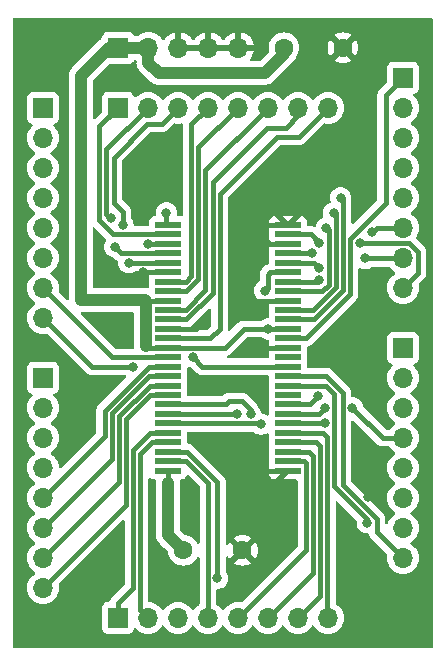
<source format=gtl>
G04 #@! TF.GenerationSoftware,KiCad,Pcbnew,7.0.7*
G04 #@! TF.CreationDate,2023-10-29T22:23:37+09:00*
G04 #@! TF.ProjectId,Pixy-mega128-0-sdram-hat,50697879-2d6d-4656-9761-3132382d302d,rev?*
G04 #@! TF.SameCoordinates,Original*
G04 #@! TF.FileFunction,Copper,L1,Top*
G04 #@! TF.FilePolarity,Positive*
%FSLAX46Y46*%
G04 Gerber Fmt 4.6, Leading zero omitted, Abs format (unit mm)*
G04 Created by KiCad (PCBNEW 7.0.7) date 2023-10-29 22:23:37*
%MOMM*%
%LPD*%
G01*
G04 APERTURE LIST*
G04 #@! TA.AperFunction,SMDPad,CuDef*
%ADD10R,2.200000X0.500000*%
G04 #@! TD*
G04 #@! TA.AperFunction,ComponentPad*
%ADD11R,1.700000X1.700000*%
G04 #@! TD*
G04 #@! TA.AperFunction,ComponentPad*
%ADD12O,1.700000X1.700000*%
G04 #@! TD*
G04 #@! TA.AperFunction,ComponentPad*
%ADD13C,1.600000*%
G04 #@! TD*
G04 #@! TA.AperFunction,ViaPad*
%ADD14C,0.800000*%
G04 #@! TD*
G04 #@! TA.AperFunction,Conductor*
%ADD15C,1.000000*%
G04 #@! TD*
G04 #@! TA.AperFunction,Conductor*
%ADD16C,0.400000*%
G04 #@! TD*
G04 APERTURE END LIST*
D10*
G04 #@! TO.P,U1,1,VDD*
G04 #@! TO.N,VCC*
X38520000Y-40400000D03*
G04 #@! TO.P,U1,2,DQ0*
G04 #@! TO.N,/PF0*
X38520000Y-41200000D03*
G04 #@! TO.P,U1,3,VDDQ*
G04 #@! TO.N,VCC*
X38520000Y-42000000D03*
G04 #@! TO.P,U1,4,DQ1*
G04 #@! TO.N,/PF1*
X38520000Y-42800000D03*
G04 #@! TO.P,U1,5,DQ2*
G04 #@! TO.N,/PF2*
X38520000Y-43600000D03*
G04 #@! TO.P,U1,6,VSSQ*
G04 #@! TO.N,GND*
X38520000Y-44400000D03*
G04 #@! TO.P,U1,7,DQ3*
G04 #@! TO.N,/PF3*
X38520000Y-45200000D03*
G04 #@! TO.P,U1,8,DQ4*
G04 #@! TO.N,/PF4*
X38520000Y-46000000D03*
G04 #@! TO.P,U1,9,VDDQ*
G04 #@! TO.N,VCC*
X38520000Y-46800000D03*
G04 #@! TO.P,U1,10,DQ5*
G04 #@! TO.N,/PF5*
X38520000Y-47600000D03*
G04 #@! TO.P,U1,11,DQ6*
G04 #@! TO.N,/PF6*
X38520000Y-48400000D03*
G04 #@! TO.P,U1,12,VSSQ*
G04 #@! TO.N,GND*
X38520000Y-49200000D03*
G04 #@! TO.P,U1,13,DQ7*
G04 #@! TO.N,/PF7*
X38520000Y-50000000D03*
G04 #@! TO.P,U1,14,VDD*
G04 #@! TO.N,VCC*
X38520000Y-50800000D03*
G04 #@! TO.P,U1,15,LDQM*
G04 #@! TO.N,/PE6*
X38520000Y-51600000D03*
G04 #@! TO.P,U1,16,/WE*
G04 #@! TO.N,/PB4*
X38520000Y-52400000D03*
G04 #@! TO.P,U1,17,/CAS*
G04 #@! TO.N,/PB5*
X38520000Y-53200000D03*
G04 #@! TO.P,U1,18,/RAS*
G04 #@! TO.N,/PB6*
X38520000Y-54000000D03*
G04 #@! TO.P,U1,19,/CS*
G04 #@! TO.N,/PB7*
X38520000Y-54800000D03*
G04 #@! TO.P,U1,20,BA0*
G04 #@! TO.N,/PC4*
X38520000Y-55600000D03*
G04 #@! TO.P,U1,21,BA1*
G04 #@! TO.N,/PC5*
X38520000Y-56400000D03*
G04 #@! TO.P,U1,22,A10*
G04 #@! TO.N,/PC2*
X38520000Y-57200000D03*
G04 #@! TO.P,U1,23,A0*
G04 #@! TO.N,/PD0*
X38520000Y-58000000D03*
G04 #@! TO.P,U1,24,A1*
G04 #@! TO.N,/PD1*
X38520000Y-58800000D03*
G04 #@! TO.P,U1,25,A2*
G04 #@! TO.N,/PD2*
X38520000Y-59600000D03*
G04 #@! TO.P,U1,26,A3*
G04 #@! TO.N,/PD3*
X38520000Y-60400000D03*
G04 #@! TO.P,U1,27,VDD*
G04 #@! TO.N,VCC*
X38520000Y-61200000D03*
G04 #@! TO.P,U1,28,VSS*
G04 #@! TO.N,GND*
X48680000Y-61200000D03*
G04 #@! TO.P,U1,29,A4*
G04 #@! TO.N,/PD4*
X48680000Y-60400000D03*
G04 #@! TO.P,U1,30,A5*
G04 #@! TO.N,/PD5*
X48680000Y-59600000D03*
G04 #@! TO.P,U1,31,A6*
G04 #@! TO.N,/PD6*
X48680000Y-58800000D03*
G04 #@! TO.P,U1,32,A7*
G04 #@! TO.N,/PD7*
X48680000Y-58000000D03*
G04 #@! TO.P,U1,33,A8*
G04 #@! TO.N,/PC0*
X48680000Y-57200000D03*
G04 #@! TO.P,U1,34,A9*
G04 #@! TO.N,/PC1*
X48680000Y-56400000D03*
G04 #@! TO.P,U1,35,A11*
G04 #@! TO.N,/PC3*
X48680000Y-55600000D03*
G04 #@! TO.P,U1,36,NC*
G04 #@! TO.N,unconnected-(U1-NC-Pad36)*
X48680000Y-54800000D03*
G04 #@! TO.P,U1,37,CKE*
G04 #@! TO.N,/PC6*
X48680000Y-54000000D03*
G04 #@! TO.P,U1,38,CLK*
G04 #@! TO.N,/PC7*
X48680000Y-53200000D03*
G04 #@! TO.P,U1,39,UDQM*
G04 #@! TO.N,/PE7*
X48680000Y-52400000D03*
G04 #@! TO.P,U1,40,NC*
G04 #@! TO.N,unconnected-(U1-NC-Pad40)*
X48680000Y-51600000D03*
G04 #@! TO.P,U1,41,VSS*
G04 #@! TO.N,GND*
X48680000Y-50800000D03*
G04 #@! TO.P,U1,42,DQ8*
G04 #@! TO.N,/PA0*
X48680000Y-50000000D03*
G04 #@! TO.P,U1,43,VDDQ*
G04 #@! TO.N,VCC*
X48680000Y-49200000D03*
G04 #@! TO.P,U1,44,DQ9*
G04 #@! TO.N,/PA1*
X48680000Y-48400000D03*
G04 #@! TO.P,U1,45,DQ10*
G04 #@! TO.N,/PA2*
X48680000Y-47600000D03*
G04 #@! TO.P,U1,46,VSSQ*
G04 #@! TO.N,GND*
X48680000Y-46800000D03*
G04 #@! TO.P,U1,47,DQ11*
G04 #@! TO.N,/PA3*
X48680000Y-46000000D03*
G04 #@! TO.P,U1,48,DQ12*
G04 #@! TO.N,/PA4*
X48680000Y-45200000D03*
G04 #@! TO.P,U1,49,VDDQ*
G04 #@! TO.N,VCC*
X48680000Y-44400000D03*
G04 #@! TO.P,U1,50,DQ13*
G04 #@! TO.N,/PA5*
X48680000Y-43600000D03*
G04 #@! TO.P,U1,51,DQ14*
G04 #@! TO.N,/PA6*
X48680000Y-42800000D03*
G04 #@! TO.P,U1,52,VSSQ*
G04 #@! TO.N,GND*
X48680000Y-42000000D03*
G04 #@! TO.P,U1,53,DQ15*
G04 #@! TO.N,/PA7*
X48680000Y-41200000D03*
G04 #@! TO.P,U1,54,VSS*
G04 #@! TO.N,GND*
X48680000Y-40400000D03*
G04 #@! TD*
D11*
G04 #@! TO.P,J8,1,P0*
G04 #@! TO.N,VCC*
X34320000Y-25400000D03*
D12*
G04 #@! TO.P,J8,2,P1*
X36860000Y-25400000D03*
G04 #@! TO.P,J8,3,P2*
G04 #@! TO.N,GND*
X39400000Y-25400000D03*
G04 #@! TO.P,J8,4,P3*
X41940000Y-25400000D03*
G04 #@! TO.P,J8,5,P4*
X44480000Y-25400000D03*
G04 #@! TD*
D11*
G04 #@! TO.P,J6,1,P0*
G04 #@! TO.N,/PF0*
X34290000Y-30480000D03*
D12*
G04 #@! TO.P,J6,2,P1*
G04 #@! TO.N,/PF1*
X36830000Y-30480000D03*
G04 #@! TO.P,J6,3,P2*
G04 #@! TO.N,/PF2*
X39370000Y-30480000D03*
G04 #@! TO.P,J6,4,P3*
G04 #@! TO.N,/PF3*
X41910000Y-30480000D03*
G04 #@! TO.P,J6,5,P4*
G04 #@! TO.N,/PF4*
X44450000Y-30480000D03*
G04 #@! TO.P,J6,6,P5*
G04 #@! TO.N,/PF5*
X46990000Y-30480000D03*
G04 #@! TO.P,J6,7,P6*
G04 #@! TO.N,/PF6*
X49530000Y-30480000D03*
G04 #@! TO.P,J6,8,P7*
G04 #@! TO.N,/PF7*
X52070000Y-30480000D03*
G04 #@! TD*
D11*
G04 #@! TO.P,J5,1,P0*
G04 #@! TO.N,/PE0*
X27940000Y-30495000D03*
D12*
G04 #@! TO.P,J5,2,P1*
G04 #@! TO.N,/PE1*
X27940000Y-33035000D03*
G04 #@! TO.P,J5,3,P2*
G04 #@! TO.N,/PE2*
X27940000Y-35575000D03*
G04 #@! TO.P,J5,4,P3*
G04 #@! TO.N,/PE3*
X27940000Y-38115000D03*
G04 #@! TO.P,J5,5,P4*
G04 #@! TO.N,/PE4*
X27940000Y-40655000D03*
G04 #@! TO.P,J5,6,P5*
G04 #@! TO.N,/PE5*
X27940000Y-43195000D03*
G04 #@! TO.P,J5,7,P6*
G04 #@! TO.N,/PE6*
X27940000Y-45735000D03*
G04 #@! TO.P,J5,8,P7*
G04 #@! TO.N,/PE7*
X27940000Y-48275000D03*
G04 #@! TD*
D11*
G04 #@! TO.P,J4,1,P0*
G04 #@! TO.N,/PD0*
X34290000Y-73660000D03*
D12*
G04 #@! TO.P,J4,2,P1*
G04 #@! TO.N,/PD1*
X36830000Y-73660000D03*
G04 #@! TO.P,J4,3,P2*
G04 #@! TO.N,/PD2*
X39370000Y-73660000D03*
G04 #@! TO.P,J4,4,P3*
G04 #@! TO.N,/PD3*
X41910000Y-73660000D03*
G04 #@! TO.P,J4,5,P4*
G04 #@! TO.N,/PD4*
X44450000Y-73660000D03*
G04 #@! TO.P,J4,6,P5*
G04 #@! TO.N,/PD5*
X46990000Y-73660000D03*
G04 #@! TO.P,J4,7,P6*
G04 #@! TO.N,/PD6*
X49530000Y-73660000D03*
G04 #@! TO.P,J4,8,P7*
G04 #@! TO.N,/PD7*
X52070000Y-73660000D03*
G04 #@! TD*
D11*
G04 #@! TO.P,J3,1,P0*
G04 #@! TO.N,/PC0*
X58420000Y-50815000D03*
D12*
G04 #@! TO.P,J3,2,P1*
G04 #@! TO.N,/PC1*
X58420000Y-53355000D03*
G04 #@! TO.P,J3,3,P2*
G04 #@! TO.N,/PC2*
X58420000Y-55895000D03*
G04 #@! TO.P,J3,4,P3*
G04 #@! TO.N,/PC3*
X58420000Y-58435000D03*
G04 #@! TO.P,J3,5,P4*
G04 #@! TO.N,/PC4*
X58420000Y-60975000D03*
G04 #@! TO.P,J3,6,P5*
G04 #@! TO.N,/PC5*
X58420000Y-63515000D03*
G04 #@! TO.P,J3,7,P6*
G04 #@! TO.N,/PC6*
X58420000Y-66055000D03*
G04 #@! TO.P,J3,8,P7*
G04 #@! TO.N,/PC7*
X58420000Y-68595000D03*
G04 #@! TD*
D11*
G04 #@! TO.P,J2,1,P0*
G04 #@! TO.N,/PB0*
X27940000Y-53340000D03*
D12*
G04 #@! TO.P,J2,2,P1*
G04 #@! TO.N,/PB1*
X27940000Y-55880000D03*
G04 #@! TO.P,J2,3,P2*
G04 #@! TO.N,/PB2*
X27940000Y-58420000D03*
G04 #@! TO.P,J2,4,P3*
G04 #@! TO.N,/PB3*
X27940000Y-60960000D03*
G04 #@! TO.P,J2,5,P4*
G04 #@! TO.N,/PB4*
X27940000Y-63500000D03*
G04 #@! TO.P,J2,6,P5*
G04 #@! TO.N,/PB5*
X27940000Y-66040000D03*
G04 #@! TO.P,J2,7,P6*
G04 #@! TO.N,/PB6*
X27940000Y-68580000D03*
G04 #@! TO.P,J2,8,P7*
G04 #@! TO.N,/PB7*
X27940000Y-71120000D03*
G04 #@! TD*
D11*
G04 #@! TO.P,J1,1,P0*
G04 #@! TO.N,/PA0*
X58420000Y-27940000D03*
D12*
G04 #@! TO.P,J1,2,P1*
G04 #@! TO.N,/PA1*
X58420000Y-30480000D03*
G04 #@! TO.P,J1,3,P2*
G04 #@! TO.N,/PA2*
X58420000Y-33020000D03*
G04 #@! TO.P,J1,4,P3*
G04 #@! TO.N,/PA3*
X58420000Y-35560000D03*
G04 #@! TO.P,J1,5,P4*
G04 #@! TO.N,/PA4*
X58420000Y-38100000D03*
G04 #@! TO.P,J1,6,P5*
G04 #@! TO.N,/PA5*
X58420000Y-40640000D03*
G04 #@! TO.P,J1,7,P6*
G04 #@! TO.N,/PA6*
X58420000Y-43180000D03*
G04 #@! TO.P,J1,8,P7*
G04 #@! TO.N,/PA7*
X58420000Y-45720000D03*
G04 #@! TD*
D13*
G04 #@! TO.P,C3,1*
G04 #@! TO.N,VCC*
X39823242Y-67945620D03*
G04 #@! TO.P,C3,2*
G04 #@! TO.N,GND*
X44823242Y-67945620D03*
G04 #@! TD*
G04 #@! TO.P,C2,1*
G04 #@! TO.N,VCC*
X48340000Y-25400000D03*
G04 #@! TO.P,C2,2*
G04 #@! TO.N,GND*
X53340000Y-25400000D03*
G04 #@! TD*
D14*
G04 #@! TO.N,GND*
X50720907Y-38784698D03*
X53801514Y-36454152D03*
X55712383Y-31022283D03*
G04 #@! TO.N,/PA1*
X53143109Y-38100000D03*
G04 #@! TO.N,/PA2*
X52540500Y-39370000D03*
G04 #@! TO.N,/PA3*
X51940500Y-40640000D03*
G04 #@! TO.N,GND*
X33705823Y-67368931D03*
X44072735Y-60660173D03*
X44715644Y-54033385D03*
X51144737Y-51689445D03*
X53301473Y-48977667D03*
X55381999Y-46557828D03*
G04 #@! TO.N,VCC*
X46706523Y-45979360D03*
X46990000Y-49200000D03*
G04 #@! TO.N,GND*
X53756556Y-27513913D03*
X48640070Y-28103246D03*
X46590796Y-23838079D03*
X33504914Y-27954306D03*
X36183702Y-39471490D03*
X38983036Y-37328459D03*
X36223884Y-35828337D03*
X29660852Y-39377732D03*
X34268368Y-45174095D03*
X32795035Y-43365913D03*
X29781397Y-51928929D03*
X29714428Y-59822247D03*
X26941881Y-50910989D03*
X33156671Y-54092854D03*
X34830914Y-50074671D03*
X32969156Y-48689202D03*
X41501098Y-48629733D03*
X36411399Y-44399000D03*
G04 #@! TO.N,VCC*
X36830000Y-41999500D03*
X31160973Y-46769582D03*
X38395937Y-39370000D03*
X31136420Y-38035750D03*
G04 #@! TO.N,GND*
X44441070Y-47777969D03*
X45720000Y-50800000D03*
X45465705Y-45168202D03*
X44551316Y-41428010D03*
X46329362Y-38715736D03*
X59077048Y-24327426D03*
X55942865Y-24478108D03*
X28368084Y-26708200D03*
X29814630Y-24237017D03*
X26981811Y-24297290D03*
X48348499Y-36502521D03*
X51211455Y-33850520D03*
X39277451Y-32645065D03*
G04 #@! TO.N,/PA7*
X54742109Y-41910000D03*
X51340500Y-41910000D03*
G04 #@! TO.N,/PA6*
X50706848Y-42800000D03*
X55221898Y-43235137D03*
G04 #@! TO.N,/PA5*
X55821898Y-41001135D03*
X51340500Y-44068390D03*
G04 #@! TO.N,/PA4*
X51340500Y-45067893D03*
G04 #@! TO.N,/PF2*
X34708907Y-40400500D03*
X35210898Y-43599500D03*
G04 #@! TO.N,/PF1*
X34025816Y-42257487D03*
X33680360Y-39839505D03*
G04 #@! TO.N,GND*
X42088970Y-54314715D03*
X46428608Y-54502230D03*
G04 #@! TO.N,/PE7*
X40640000Y-51599500D03*
X35560000Y-52399500D03*
G04 #@! TO.N,GND*
X55750792Y-51150529D03*
X54103337Y-53025682D03*
X59648430Y-48364589D03*
X53701519Y-66326939D03*
G04 #@! TO.N,/PC6*
X55393292Y-65599380D03*
G04 #@! TO.N,GND*
X54545337Y-62015696D03*
X55469520Y-63402773D03*
X59921760Y-71933172D03*
X58094611Y-74414895D03*
X53580973Y-68898576D03*
X42745273Y-59009560D03*
X46093759Y-60884712D03*
X44740971Y-63340090D03*
X48410911Y-63447241D03*
X47848244Y-67744711D03*
X54538519Y-72787531D03*
X44446304Y-70839091D03*
X30985391Y-71857030D03*
X33503452Y-70142606D03*
X29029875Y-73946485D03*
X26846662Y-75379637D03*
X31266664Y-75500183D03*
X38100000Y-69850000D03*
X39517333Y-71008926D03*
X40722788Y-65517409D03*
X40682606Y-62798438D03*
X37465000Y-67945000D03*
G04 #@! TO.N,VCC*
X38510863Y-62230000D03*
G04 #@! TO.N,/PD2*
X42709500Y-70319233D03*
G04 #@! TO.N,/PC5*
X44399322Y-56400500D03*
G04 #@! TO.N,/PC4*
X45529289Y-56400500D03*
G04 #@! TO.N,/PC2*
X46399896Y-57275140D03*
G04 #@! TO.N,/PC0*
X51807564Y-57207508D03*
G04 #@! TO.N,/PC1*
X51807564Y-55880000D03*
G04 #@! TO.N,/PC3*
X54139500Y-55880000D03*
X51221715Y-54892625D03*
G04 #@! TD*
D15*
G04 #@! TO.N,VCC*
X38510863Y-66633241D02*
X39823242Y-67945620D01*
X38510863Y-62230000D02*
X38510863Y-66633241D01*
D16*
G04 #@! TO.N,/PE7*
X41440500Y-52400000D02*
X48680000Y-52400000D01*
X40640000Y-51599500D02*
X41440500Y-52400000D01*
G04 #@! TO.N,/PA0*
X53942109Y-46237891D02*
X50180000Y-50000000D01*
X53942109Y-41578629D02*
X53942109Y-46237891D01*
X56962484Y-38558254D02*
X53942109Y-41578629D01*
X56962484Y-29397516D02*
X56962484Y-38558254D01*
X50180000Y-50000000D02*
X48680000Y-50000000D01*
X58420000Y-27940000D02*
X56962484Y-29397516D01*
G04 #@! TO.N,/PA1*
X53340500Y-38297391D02*
X53143109Y-38100000D01*
X50884980Y-48400000D02*
X53340500Y-45944480D01*
X48680000Y-48400000D02*
X50884980Y-48400000D01*
X53340500Y-45944480D02*
X53340500Y-38297391D01*
G04 #@! TO.N,/PA2*
X52740000Y-39569500D02*
X52540500Y-39370000D01*
X52740000Y-45696452D02*
X52740000Y-39569500D01*
X50836452Y-47600000D02*
X52740000Y-45696452D01*
X48680000Y-47600000D02*
X50836452Y-47600000D01*
G04 #@! TO.N,/PA3*
X52140000Y-40839500D02*
X51940500Y-40640000D01*
X52140000Y-45447924D02*
X52140000Y-40839500D01*
G04 #@! TO.N,GND*
X46338292Y-40400000D02*
X46329362Y-40391070D01*
X48680000Y-40400000D02*
X46338292Y-40400000D01*
X46329362Y-40391070D02*
X46329362Y-38715736D01*
X46329362Y-41149362D02*
X46329362Y-40391070D01*
X46409047Y-61200000D02*
X46093759Y-60884712D01*
X48680000Y-61200000D02*
X46409047Y-61200000D01*
G04 #@! TO.N,/PA6*
X50706848Y-42800000D02*
X48680000Y-42800000D01*
G04 #@! TO.N,/PC4*
X45529289Y-56065652D02*
X45529289Y-56400500D01*
X43718667Y-55299758D02*
X44763395Y-55299758D01*
X43418425Y-55600000D02*
X43718667Y-55299758D01*
X44763395Y-55299758D02*
X45529289Y-56065652D01*
X38520000Y-55600000D02*
X43418425Y-55600000D01*
G04 #@! TO.N,VCC*
X47180000Y-44400000D02*
X48680000Y-44400000D01*
X46706523Y-45979360D02*
X46980498Y-45705385D01*
X46980498Y-45705385D02*
X46980498Y-44599502D01*
X46980498Y-44599502D02*
X47180000Y-44400000D01*
X46990000Y-49200000D02*
X48680000Y-49200000D01*
X44920979Y-49200000D02*
X46990000Y-49200000D01*
X36668100Y-46800000D02*
X38520000Y-46800000D01*
X36654050Y-46814050D02*
X36668100Y-46800000D01*
X36639096Y-46814050D02*
X36654050Y-46814050D01*
X36767591Y-50800000D02*
X38520000Y-50800000D01*
D15*
X36639096Y-50499091D02*
X36652490Y-50512485D01*
X36639096Y-46814050D02*
X36639096Y-50499091D01*
D16*
X36652490Y-50684899D02*
X36767591Y-50800000D01*
D15*
X36594628Y-46769582D02*
X36639096Y-46814050D01*
X36652490Y-50512485D02*
X36652490Y-50684899D01*
X31160973Y-46769582D02*
X36594628Y-46769582D01*
D16*
G04 #@! TO.N,/PF2*
X38018951Y-31831049D02*
X39370000Y-30480000D01*
X36773035Y-31831049D02*
X38018951Y-31831049D01*
X33913210Y-34690874D02*
X36773035Y-31831049D01*
X33913210Y-38507710D02*
X33913210Y-34690874D01*
X34708907Y-39303407D02*
X33913210Y-38507710D01*
X34708907Y-40400500D02*
X34708907Y-39303407D01*
G04 #@! TO.N,/PF7*
X47783880Y-32929352D02*
X49620648Y-32929352D01*
X49620648Y-32929352D02*
X52070000Y-30480000D01*
X42895091Y-37818141D02*
X47783880Y-32929352D01*
X42895091Y-49218043D02*
X42895091Y-37818141D01*
X42113134Y-50000000D02*
X42895091Y-49218043D01*
X38520000Y-50000000D02*
X42113134Y-50000000D01*
G04 #@! TO.N,/PF6*
X48479342Y-32165897D02*
X49530000Y-31115239D01*
X46925645Y-32165897D02*
X48479342Y-32165897D01*
X42295091Y-46173437D02*
X42295091Y-36796451D01*
X42295091Y-36796451D02*
X46925645Y-32165897D01*
X40068528Y-48400000D02*
X42295091Y-46173437D01*
X38520000Y-48400000D02*
X40068528Y-48400000D01*
X49530000Y-31115239D02*
X49530000Y-30480000D01*
D15*
G04 #@! TO.N,VCC*
X46711342Y-27534807D02*
X48340000Y-25906149D01*
X37737400Y-27534807D02*
X46711342Y-27534807D01*
X48340000Y-25906149D02*
X48340000Y-25400000D01*
X36860000Y-25400000D02*
X36860000Y-26657407D01*
X36860000Y-26657407D02*
X37737400Y-27534807D01*
D16*
G04 #@! TO.N,GND*
X48680000Y-42000000D02*
X47180000Y-42000000D01*
X47180000Y-42000000D02*
X46329362Y-41149362D01*
X40930831Y-49200000D02*
X41501098Y-48629733D01*
X38520000Y-49200000D02*
X40930831Y-49200000D01*
X36412399Y-44400000D02*
X36411399Y-44399000D01*
X38520000Y-44400000D02*
X36412399Y-44400000D01*
G04 #@! TO.N,VCC*
X38519500Y-41999500D02*
X38520000Y-42000000D01*
X36830000Y-41999500D02*
X38519500Y-41999500D01*
D15*
X31136420Y-46745029D02*
X31160973Y-46769582D01*
X31136420Y-38035750D02*
X31136420Y-46745029D01*
D16*
X38510863Y-61209137D02*
X38520000Y-61200000D01*
X38510863Y-62230000D02*
X38510863Y-61209137D01*
X38395937Y-40275937D02*
X38520000Y-40400000D01*
X38395937Y-39370000D02*
X38395937Y-40275937D01*
D15*
X31136420Y-27761345D02*
X31136420Y-38035750D01*
X33497765Y-25400000D02*
X31136420Y-27761345D01*
X34320000Y-25400000D02*
X33497765Y-25400000D01*
X36860000Y-25400000D02*
X34320000Y-25400000D01*
D16*
G04 #@! TO.N,GND*
X45720000Y-50800000D02*
X48680000Y-50800000D01*
X45419039Y-46800000D02*
X48680000Y-46800000D01*
X44441070Y-47777969D02*
X45419039Y-46800000D01*
G04 #@! TO.N,VCC*
X43320979Y-50800000D02*
X44920979Y-49200000D01*
X38520000Y-50800000D02*
X43320979Y-50800000D01*
G04 #@! TO.N,/PA7*
X59690000Y-42682233D02*
X59690000Y-44450000D01*
X54742109Y-41910000D02*
X58917767Y-41910000D01*
X50630500Y-41200000D02*
X51340500Y-41910000D01*
X58917767Y-41910000D02*
X59690000Y-42682233D01*
X48680000Y-41200000D02*
X50630500Y-41200000D01*
X59690000Y-44450000D02*
X58420000Y-45720000D01*
G04 #@! TO.N,/PA6*
X58364863Y-43235137D02*
X58420000Y-43180000D01*
X55221898Y-43235137D02*
X58364863Y-43235137D01*
G04 #@! TO.N,/PA5*
X56183033Y-40640000D02*
X58420000Y-40640000D01*
X55821898Y-41001135D02*
X56183033Y-40640000D01*
X50872110Y-43600000D02*
X51340500Y-44068390D01*
X48680000Y-43600000D02*
X50872110Y-43600000D01*
G04 #@! TO.N,/PA4*
X51208393Y-45200000D02*
X51340500Y-45067893D01*
X48680000Y-45200000D02*
X51208393Y-45200000D01*
G04 #@! TO.N,/PA3*
X51587924Y-46000000D02*
X52140000Y-45447924D01*
X48680000Y-46000000D02*
X51587924Y-46000000D01*
G04 #@! TO.N,/PF5*
X41695091Y-45924909D02*
X40020000Y-47600000D01*
X41695091Y-35774909D02*
X41695091Y-45924909D01*
X46990000Y-30480000D02*
X41695091Y-35774909D01*
X40020000Y-47600000D02*
X38520000Y-47600000D01*
G04 #@! TO.N,/PF4*
X41095091Y-44973437D02*
X40068528Y-46000000D01*
X41095091Y-33834909D02*
X41095091Y-44973437D01*
X40068528Y-46000000D02*
X38520000Y-46000000D01*
X44450000Y-30480000D02*
X41095091Y-33834909D01*
G04 #@! TO.N,/PF3*
X40495091Y-44724909D02*
X40020000Y-45200000D01*
X40495091Y-31894909D02*
X40495091Y-44724909D01*
X41910000Y-30480000D02*
X40495091Y-31894909D01*
X40020000Y-45200000D02*
X38520000Y-45200000D01*
G04 #@! TO.N,/PF2*
X38519500Y-43599500D02*
X38520000Y-43600000D01*
X35210898Y-43599500D02*
X38519500Y-43599500D01*
G04 #@! TO.N,/PF1*
X34568329Y-42800000D02*
X38520000Y-42800000D01*
X34025816Y-42257487D02*
X34568329Y-42800000D01*
X33313210Y-36830000D02*
X33313210Y-39472355D01*
X33313210Y-39472355D02*
X33680360Y-39839505D01*
X33313210Y-33996790D02*
X33313210Y-36830000D01*
X36830000Y-30480000D02*
X33313210Y-33996790D01*
G04 #@! TO.N,/PF0*
X33910191Y-41200000D02*
X38520000Y-41200000D01*
X32713210Y-40003019D02*
X33910191Y-41200000D01*
X32722984Y-32047016D02*
X32713210Y-32047016D01*
X34290000Y-30480000D02*
X32722984Y-32047016D01*
X32713210Y-32047016D02*
X32713210Y-40003019D01*
G04 #@! TO.N,/PE7*
X32064500Y-52399500D02*
X35560000Y-52399500D01*
X27940000Y-48275000D02*
X32064500Y-52399500D01*
G04 #@! TO.N,/PE6*
X33805000Y-51600000D02*
X38520000Y-51600000D01*
X27940000Y-45735000D02*
X33805000Y-51600000D01*
G04 #@! TO.N,/PB4*
X36874416Y-52400000D02*
X38520000Y-52400000D01*
X33160000Y-56114416D02*
X36874416Y-52400000D01*
X33160000Y-58280000D02*
X33160000Y-56114416D01*
X27940000Y-63500000D02*
X33160000Y-58280000D01*
G04 #@! TO.N,/PB5*
X36922944Y-53200000D02*
X38520000Y-53200000D01*
X33760000Y-56362944D02*
X36922944Y-53200000D01*
X27940000Y-66040000D02*
X33760000Y-60220000D01*
X33760000Y-60220000D02*
X33760000Y-56362944D01*
G04 #@! TO.N,/PB6*
X36971472Y-54000000D02*
X38520000Y-54000000D01*
X34360000Y-62160000D02*
X34360000Y-56611472D01*
X27940000Y-68580000D02*
X34360000Y-62160000D01*
X34360000Y-56611472D02*
X36971472Y-54000000D01*
G04 #@! TO.N,/PB7*
X37020000Y-54800000D02*
X38520000Y-54800000D01*
X34960000Y-64100000D02*
X34960000Y-56860000D01*
X34960000Y-56860000D02*
X37020000Y-54800000D01*
X27940000Y-71120000D02*
X34960000Y-64100000D01*
G04 #@! TO.N,/PC6*
X54526449Y-64439601D02*
X55393292Y-65306444D01*
X52607064Y-62520216D02*
X54526449Y-64439601D01*
X55393292Y-65306444D02*
X55393292Y-65599380D01*
X52607064Y-54725592D02*
X52607064Y-62520216D01*
G04 #@! TO.N,/PC7*
X56192792Y-66367792D02*
X58420000Y-68595000D01*
X56192792Y-65257416D02*
X56192792Y-66367792D01*
X53340000Y-54610000D02*
X53340000Y-62404624D01*
X51930000Y-53200000D02*
X53340000Y-54610000D01*
X53340000Y-62404624D02*
X56192792Y-65257416D01*
X48680000Y-53200000D02*
X51930000Y-53200000D01*
G04 #@! TO.N,/PD2*
X42709500Y-62180972D02*
X42709500Y-70319233D01*
X40128528Y-59600000D02*
X42709500Y-62180972D01*
X38520000Y-59600000D02*
X40128528Y-59600000D01*
G04 #@! TO.N,/PD3*
X41910000Y-62230000D02*
X41910000Y-73660000D01*
X40080000Y-60400000D02*
X41910000Y-62230000D01*
X38520000Y-60400000D02*
X40080000Y-60400000D01*
G04 #@! TO.N,/PD1*
X36160000Y-72990000D02*
X36830000Y-73660000D01*
X36160000Y-59810000D02*
X36160000Y-72990000D01*
X37170000Y-58800000D02*
X36160000Y-59810000D01*
X38520000Y-58800000D02*
X37170000Y-58800000D01*
G04 #@! TO.N,/PD0*
X35560000Y-71120000D02*
X34290000Y-72390000D01*
X35560000Y-59460000D02*
X35560000Y-71120000D01*
X34290000Y-72390000D02*
X34290000Y-73660000D01*
X37020000Y-58000000D02*
X35560000Y-59460000D01*
X38520000Y-58000000D02*
X37020000Y-58000000D01*
G04 #@! TO.N,/PD4*
X50190382Y-67919618D02*
X44450000Y-73660000D01*
X50030000Y-60400000D02*
X50190382Y-60560382D01*
X48680000Y-60400000D02*
X50030000Y-60400000D01*
X50190382Y-60560382D02*
X50190382Y-67919618D01*
G04 #@! TO.N,/PD5*
X50807064Y-69842936D02*
X46990000Y-73660000D01*
X50807064Y-59959822D02*
X50807064Y-69842936D01*
X50447242Y-59600000D02*
X50807064Y-59959822D01*
X48680000Y-59600000D02*
X50447242Y-59600000D01*
G04 #@! TO.N,/PD6*
X51407064Y-59113836D02*
X51407064Y-71782936D01*
X51407064Y-71782936D02*
X49530000Y-73660000D01*
X51093228Y-58800000D02*
X51407064Y-59113836D01*
X48680000Y-58800000D02*
X51093228Y-58800000D01*
G04 #@! TO.N,/PD7*
X48680000Y-58000000D02*
X51651909Y-58000000D01*
X51651909Y-58000000D02*
X52007064Y-58355155D01*
X52007064Y-58355155D02*
X52007064Y-73597064D01*
X52007064Y-73597064D02*
X52070000Y-73660000D01*
G04 #@! TO.N,/PC5*
X44398822Y-56400000D02*
X38520000Y-56400000D01*
X44399322Y-56400500D02*
X44398822Y-56400000D01*
G04 #@! TO.N,/PC2*
X46324756Y-57200000D02*
X38520000Y-57200000D01*
X46399896Y-57275140D02*
X46324756Y-57200000D01*
G04 #@! TO.N,/PC0*
X51800056Y-57200000D02*
X51807564Y-57207508D01*
X48680000Y-57200000D02*
X51800056Y-57200000D01*
G04 #@! TO.N,/PC1*
X51287564Y-56400000D02*
X51807564Y-55880000D01*
X48680000Y-56400000D02*
X51287564Y-56400000D01*
G04 #@! TO.N,/PC3*
X56694500Y-58435000D02*
X58420000Y-58435000D01*
X54139500Y-55880000D02*
X56694500Y-58435000D01*
X50514340Y-55600000D02*
X51221715Y-54892625D01*
X48680000Y-55600000D02*
X50514340Y-55600000D01*
G04 #@! TO.N,/PC6*
X51881472Y-54000000D02*
X52607064Y-54725592D01*
X48680000Y-54000000D02*
X51881472Y-54000000D01*
G04 #@! TD*
G04 #@! TA.AperFunction,Conductor*
G04 #@! TO.N,GND*
G36*
X37058811Y-61804819D02*
G01*
X37177664Y-61893793D01*
X37177671Y-61893797D01*
X37205255Y-61904085D01*
X37312517Y-61944091D01*
X37372127Y-61950500D01*
X37394815Y-61950499D01*
X37461853Y-61970181D01*
X37507610Y-62022983D01*
X37517557Y-62092141D01*
X37516281Y-62099455D01*
X37510363Y-62128258D01*
X37510363Y-66620524D01*
X37508106Y-66709603D01*
X37508106Y-66709611D01*
X37518927Y-66769980D01*
X37519581Y-66774645D01*
X37525788Y-66835671D01*
X37525790Y-66835685D01*
X37536071Y-66868454D01*
X37537942Y-66876078D01*
X37544005Y-66909893D01*
X37544005Y-66909896D01*
X37566757Y-66966853D01*
X37568337Y-66971292D01*
X37586704Y-67029829D01*
X37586707Y-67029836D01*
X37603372Y-67059860D01*
X37606742Y-67066955D01*
X37619485Y-67098855D01*
X37619490Y-67098865D01*
X37653240Y-67150074D01*
X37655681Y-67154104D01*
X37685451Y-67207739D01*
X37685452Y-67207740D01*
X37685454Y-67207743D01*
X37707831Y-67233808D01*
X37712556Y-67240076D01*
X37725126Y-67259147D01*
X37731461Y-67268760D01*
X37774841Y-67312140D01*
X37778032Y-67315584D01*
X37817994Y-67362133D01*
X37817993Y-67362133D01*
X37845162Y-67383164D01*
X37851049Y-67388348D01*
X38181629Y-67718928D01*
X38496353Y-68033652D01*
X38529838Y-68094975D01*
X38532200Y-68110523D01*
X38537606Y-68172308D01*
X38537608Y-68172317D01*
X38596500Y-68392108D01*
X38596503Y-68392117D01*
X38692673Y-68598352D01*
X38692674Y-68598354D01*
X38823196Y-68784761D01*
X38984100Y-68945665D01*
X38984103Y-68945667D01*
X39170508Y-69076188D01*
X39376746Y-69172359D01*
X39376751Y-69172360D01*
X39376753Y-69172361D01*
X39429657Y-69186536D01*
X39596550Y-69231255D01*
X39758472Y-69245421D01*
X39823240Y-69251088D01*
X39823242Y-69251088D01*
X39823244Y-69251088D01*
X39879914Y-69246129D01*
X40049934Y-69231255D01*
X40269738Y-69172359D01*
X40475976Y-69076188D01*
X40662381Y-68945667D01*
X40823289Y-68784759D01*
X40953810Y-68598354D01*
X40973118Y-68556947D01*
X41019290Y-68504508D01*
X41086483Y-68485356D01*
X41153365Y-68505572D01*
X41198699Y-68558737D01*
X41209500Y-68609352D01*
X41209500Y-72437288D01*
X41189815Y-72504327D01*
X41156624Y-72538863D01*
X41038594Y-72621508D01*
X40871505Y-72788597D01*
X40741575Y-72974158D01*
X40686998Y-73017783D01*
X40617500Y-73024977D01*
X40555145Y-72993454D01*
X40538425Y-72974158D01*
X40408494Y-72788597D01*
X40241402Y-72621506D01*
X40241395Y-72621501D01*
X40047834Y-72485967D01*
X40047830Y-72485965D01*
X40025729Y-72475659D01*
X39833663Y-72386097D01*
X39833659Y-72386096D01*
X39833655Y-72386094D01*
X39605413Y-72324938D01*
X39605403Y-72324936D01*
X39370001Y-72304341D01*
X39369999Y-72304341D01*
X39134596Y-72324936D01*
X39134586Y-72324938D01*
X38906344Y-72386094D01*
X38906335Y-72386098D01*
X38692171Y-72485964D01*
X38692169Y-72485965D01*
X38498597Y-72621505D01*
X38331505Y-72788597D01*
X38201575Y-72974158D01*
X38146998Y-73017783D01*
X38077500Y-73024977D01*
X38015145Y-72993454D01*
X37998425Y-72974158D01*
X37868494Y-72788597D01*
X37701402Y-72621506D01*
X37701395Y-72621501D01*
X37507834Y-72485967D01*
X37507830Y-72485965D01*
X37485729Y-72475659D01*
X37293663Y-72386097D01*
X37293659Y-72386096D01*
X37293655Y-72386094D01*
X37065413Y-72324938D01*
X37065403Y-72324936D01*
X36973691Y-72316912D01*
X36908623Y-72291459D01*
X36867645Y-72234867D01*
X36860500Y-72193384D01*
X36860500Y-61904085D01*
X36880185Y-61837046D01*
X36932989Y-61791291D01*
X37002147Y-61781347D01*
X37058811Y-61804819D01*
G37*
G04 #@! TD.AperFunction*
G04 #@! TA.AperFunction,Conductor*
G36*
X45763061Y-57920185D02*
G01*
X45788170Y-57941526D01*
X45794023Y-57948026D01*
X45794031Y-57948033D01*
X45947161Y-58059288D01*
X45947166Y-58059291D01*
X46120088Y-58136282D01*
X46120093Y-58136284D01*
X46305250Y-58175640D01*
X46305251Y-58175640D01*
X46494540Y-58175640D01*
X46494542Y-58175640D01*
X46679699Y-58136284D01*
X46852626Y-58059291D01*
X46882614Y-58037503D01*
X46948418Y-58014022D01*
X47016472Y-58029846D01*
X47065168Y-58079951D01*
X47079500Y-58137819D01*
X47079500Y-58297869D01*
X47079501Y-58297876D01*
X47085908Y-58357479D01*
X47087692Y-58365026D01*
X47086229Y-58365371D01*
X47090585Y-58426371D01*
X47086173Y-58441396D01*
X47085908Y-58442517D01*
X47079501Y-58502117D01*
X47079501Y-58502123D01*
X47079500Y-58502136D01*
X47079500Y-59097870D01*
X47079501Y-59097876D01*
X47085908Y-59157479D01*
X47087692Y-59165026D01*
X47086229Y-59165371D01*
X47090585Y-59226371D01*
X47086173Y-59241396D01*
X47085908Y-59242517D01*
X47079501Y-59302117D01*
X47079500Y-59302136D01*
X47079500Y-59897870D01*
X47079501Y-59897876D01*
X47085908Y-59957479D01*
X47087692Y-59965026D01*
X47086229Y-59965371D01*
X47090585Y-60026371D01*
X47086173Y-60041396D01*
X47085908Y-60042517D01*
X47079501Y-60102117D01*
X47079500Y-60102136D01*
X47079500Y-60697870D01*
X47079501Y-60697876D01*
X47085909Y-60757487D01*
X47087692Y-60765031D01*
X47086438Y-60765327D01*
X47090856Y-60827069D01*
X47086864Y-60840664D01*
X47086401Y-60842624D01*
X47080000Y-60902155D01*
X47080000Y-61497844D01*
X47086401Y-61557372D01*
X47086403Y-61557379D01*
X47136645Y-61692086D01*
X47136649Y-61692093D01*
X47222809Y-61807187D01*
X47222812Y-61807190D01*
X47337906Y-61893350D01*
X47337913Y-61893354D01*
X47472620Y-61943596D01*
X47472627Y-61943598D01*
X47532155Y-61949999D01*
X47532172Y-61950000D01*
X47576447Y-61950000D01*
X47576447Y-61949999D01*
X48339628Y-61186818D01*
X48400951Y-61153333D01*
X48427303Y-61150499D01*
X48783693Y-61150499D01*
X48850731Y-61170184D01*
X48896486Y-61222988D01*
X48906430Y-61292146D01*
X48877405Y-61355702D01*
X48871373Y-61362180D01*
X48283553Y-61949999D01*
X48283554Y-61950000D01*
X49365882Y-61950000D01*
X49432921Y-61969685D01*
X49478676Y-62022489D01*
X49489882Y-62074000D01*
X49489882Y-67578098D01*
X49470197Y-67645137D01*
X49453563Y-67665779D01*
X44821994Y-72297347D01*
X44760671Y-72330832D01*
X44702225Y-72329442D01*
X44685410Y-72324937D01*
X44450001Y-72304341D01*
X44449999Y-72304341D01*
X44214596Y-72324936D01*
X44214586Y-72324938D01*
X43986344Y-72386094D01*
X43986335Y-72386098D01*
X43772171Y-72485964D01*
X43772169Y-72485965D01*
X43578597Y-72621505D01*
X43411505Y-72788597D01*
X43281575Y-72974158D01*
X43226998Y-73017783D01*
X43157500Y-73024977D01*
X43095145Y-72993454D01*
X43078425Y-72974158D01*
X42948494Y-72788597D01*
X42781404Y-72621508D01*
X42781402Y-72621506D01*
X42781401Y-72621505D01*
X42781396Y-72621501D01*
X42781393Y-72621499D01*
X42663376Y-72538861D01*
X42619751Y-72484284D01*
X42610500Y-72437287D01*
X42610500Y-71343733D01*
X42630185Y-71276694D01*
X42682989Y-71230939D01*
X42734500Y-71219733D01*
X42804144Y-71219733D01*
X42804146Y-71219733D01*
X42989303Y-71180377D01*
X43162230Y-71103384D01*
X43315371Y-70992121D01*
X43442033Y-70851449D01*
X43536679Y-70687517D01*
X43595174Y-70507489D01*
X43614960Y-70319233D01*
X43595174Y-70130977D01*
X43536679Y-69950949D01*
X43442033Y-69787017D01*
X43441844Y-69786807D01*
X43441773Y-69786660D01*
X43438214Y-69781761D01*
X43439110Y-69781109D01*
X43411619Y-69723813D01*
X43410000Y-69703841D01*
X43410000Y-68550303D01*
X43429685Y-68483264D01*
X43482489Y-68437509D01*
X43551647Y-68427565D01*
X43615203Y-68456590D01*
X43646382Y-68497898D01*
X43693107Y-68598101D01*
X43693108Y-68598103D01*
X43744215Y-68671091D01*
X43744215Y-68671092D01*
X44285822Y-68129485D01*
X44347145Y-68096000D01*
X44416836Y-68100984D01*
X44472770Y-68142855D01*
X44483984Y-68160866D01*
X44489769Y-68172219D01*
X44495600Y-68183664D01*
X44495605Y-68183670D01*
X44585191Y-68273256D01*
X44585193Y-68273257D01*
X44585197Y-68273261D01*
X44607989Y-68284874D01*
X44658784Y-68332848D01*
X44675579Y-68400669D01*
X44653041Y-68466804D01*
X44639374Y-68483039D01*
X44097768Y-69024645D01*
X44097768Y-69024646D01*
X44170754Y-69075751D01*
X44170758Y-69075753D01*
X44376915Y-69171885D01*
X44376924Y-69171889D01*
X44596631Y-69230759D01*
X44596642Y-69230761D01*
X44823240Y-69250586D01*
X44823244Y-69250586D01*
X45049841Y-69230761D01*
X45049852Y-69230759D01*
X45269559Y-69171889D01*
X45269573Y-69171884D01*
X45475720Y-69075756D01*
X45548714Y-69024645D01*
X45007108Y-68483039D01*
X44973623Y-68421716D01*
X44978607Y-68352024D01*
X45020479Y-68296091D01*
X45038487Y-68284878D01*
X45061287Y-68273261D01*
X45150883Y-68183665D01*
X45162496Y-68160872D01*
X45210467Y-68110078D01*
X45278288Y-68093281D01*
X45344423Y-68115817D01*
X45360661Y-68129486D01*
X45902267Y-68671092D01*
X45953378Y-68598098D01*
X46049506Y-68391951D01*
X46049511Y-68391937D01*
X46108381Y-68172230D01*
X46108383Y-68172219D01*
X46128208Y-67945622D01*
X46128208Y-67945617D01*
X46108383Y-67719020D01*
X46108381Y-67719009D01*
X46049511Y-67499302D01*
X46049507Y-67499293D01*
X45953375Y-67293136D01*
X45953373Y-67293132D01*
X45902268Y-67220146D01*
X45902267Y-67220146D01*
X45360661Y-67761752D01*
X45299338Y-67795237D01*
X45229646Y-67790253D01*
X45173713Y-67748381D01*
X45162498Y-67730371D01*
X45150883Y-67707575D01*
X45150879Y-67707571D01*
X45150878Y-67707569D01*
X45061292Y-67617983D01*
X45061286Y-67617978D01*
X45051351Y-67612916D01*
X45038492Y-67606364D01*
X44987698Y-67558393D01*
X44970902Y-67490572D01*
X44993439Y-67424437D01*
X45007107Y-67408200D01*
X45548714Y-66866593D01*
X45475725Y-66815486D01*
X45475723Y-66815485D01*
X45269568Y-66719354D01*
X45269559Y-66719350D01*
X45049852Y-66660480D01*
X45049841Y-66660478D01*
X44823244Y-66640654D01*
X44823240Y-66640654D01*
X44596642Y-66660478D01*
X44596631Y-66660480D01*
X44376924Y-66719350D01*
X44376915Y-66719354D01*
X44170755Y-66815488D01*
X44097768Y-66866593D01*
X44639375Y-67408200D01*
X44672860Y-67469523D01*
X44667876Y-67539215D01*
X44626004Y-67595148D01*
X44607990Y-67606365D01*
X44585198Y-67617978D01*
X44585191Y-67617983D01*
X44495605Y-67707569D01*
X44495600Y-67707576D01*
X44483987Y-67730368D01*
X44436012Y-67781164D01*
X44368191Y-67797958D01*
X44302056Y-67775420D01*
X44285822Y-67761753D01*
X43744215Y-67220146D01*
X43693110Y-67293133D01*
X43646382Y-67393341D01*
X43600209Y-67445780D01*
X43533016Y-67464932D01*
X43466135Y-67444716D01*
X43420800Y-67391551D01*
X43410000Y-67340936D01*
X43410000Y-62204019D01*
X43410113Y-62200274D01*
X43413858Y-62138366D01*
X43402675Y-62077343D01*
X43402113Y-62073646D01*
X43395901Y-62022489D01*
X43394640Y-62012100D01*
X43391048Y-62002628D01*
X43385021Y-61981006D01*
X43383195Y-61971043D01*
X43383195Y-61971041D01*
X43357724Y-61914448D01*
X43356317Y-61911051D01*
X43334318Y-61853042D01*
X43334316Y-61853040D01*
X43334316Y-61853038D01*
X43328562Y-61844703D01*
X43317534Y-61825149D01*
X43313381Y-61815921D01*
X43313378Y-61815917D01*
X43313378Y-61815916D01*
X43275126Y-61767092D01*
X43272916Y-61764087D01*
X43270511Y-61760603D01*
X43237683Y-61713043D01*
X43191242Y-61671900D01*
X43188548Y-61669364D01*
X40640126Y-59120941D01*
X40637592Y-59118250D01*
X40596457Y-59071817D01*
X40596456Y-59071816D01*
X40596452Y-59071812D01*
X40545424Y-59036591D01*
X40542415Y-59034377D01*
X40493588Y-58996124D01*
X40493583Y-58996120D01*
X40484341Y-58991961D01*
X40464794Y-58980936D01*
X40456459Y-58975183D01*
X40456460Y-58975183D01*
X40456458Y-58975182D01*
X40398469Y-58953189D01*
X40395018Y-58951759D01*
X40338458Y-58926304D01*
X40328474Y-58924474D01*
X40306871Y-58918451D01*
X40297402Y-58914860D01*
X40297398Y-58914859D01*
X40235842Y-58907384D01*
X40232142Y-58906821D01*
X40222153Y-58904991D01*
X40159758Y-58873547D01*
X40124268Y-58813362D01*
X40120499Y-58783021D01*
X40120499Y-58502129D01*
X40120498Y-58502123D01*
X40120498Y-58502117D01*
X40114091Y-58442517D01*
X40114090Y-58442515D01*
X40114090Y-58442512D01*
X40112308Y-58434969D01*
X40113773Y-58434622D01*
X40109409Y-58373651D01*
X40113819Y-58358633D01*
X40114089Y-58357488D01*
X40114088Y-58357488D01*
X40114091Y-58357483D01*
X40120500Y-58297873D01*
X40120499Y-58024498D01*
X40140183Y-57957461D01*
X40192987Y-57911706D01*
X40244499Y-57900500D01*
X45696022Y-57900500D01*
X45763061Y-57920185D01*
G37*
G04 #@! TD.AperFunction*
G04 #@! TA.AperFunction,Conductor*
G36*
X40258328Y-61576089D02*
G01*
X40286584Y-61597241D01*
X41173181Y-62483838D01*
X41206666Y-62545161D01*
X41209500Y-62571519D01*
X41209500Y-67281887D01*
X41189815Y-67348926D01*
X41137011Y-67394681D01*
X41067853Y-67404625D01*
X41004297Y-67375600D01*
X40973118Y-67334292D01*
X40958293Y-67302500D01*
X40953810Y-67292886D01*
X40823289Y-67106481D01*
X40823287Y-67106478D01*
X40662383Y-66945574D01*
X40475976Y-66815052D01*
X40475974Y-66815051D01*
X40269739Y-66718881D01*
X40269730Y-66718878D01*
X40049939Y-66659986D01*
X40049930Y-66659984D01*
X39988145Y-66654578D01*
X39923077Y-66629124D01*
X39911274Y-66618731D01*
X39547682Y-66255139D01*
X39514197Y-66193816D01*
X39511363Y-66167458D01*
X39511363Y-62179256D01*
X39501986Y-62087044D01*
X39514788Y-62018357D01*
X39562692Y-61967495D01*
X39625350Y-61950499D01*
X39667871Y-61950499D01*
X39667872Y-61950499D01*
X39727483Y-61944091D01*
X39862331Y-61893796D01*
X39977546Y-61807546D01*
X40063796Y-61692331D01*
X40082721Y-61641588D01*
X40124591Y-61585656D01*
X40190055Y-61561238D01*
X40258328Y-61576089D01*
G37*
G04 #@! TD.AperFunction*
G04 #@! TA.AperFunction,Conductor*
G36*
X54245702Y-56977305D02*
G01*
X54252180Y-56983337D01*
X56182899Y-58914056D01*
X56185435Y-58916750D01*
X56226571Y-58963183D01*
X56277630Y-58998427D01*
X56280612Y-59000621D01*
X56325162Y-59035523D01*
X56329447Y-59038880D01*
X56329446Y-59038880D01*
X56338677Y-59043034D01*
X56358231Y-59054062D01*
X56366566Y-59059816D01*
X56366568Y-59059816D01*
X56366570Y-59059818D01*
X56424579Y-59081817D01*
X56427976Y-59083224D01*
X56475270Y-59104509D01*
X56484564Y-59108693D01*
X56484565Y-59108693D01*
X56484569Y-59108695D01*
X56494534Y-59110521D01*
X56516156Y-59116548D01*
X56519277Y-59117731D01*
X56525628Y-59120140D01*
X56570751Y-59125618D01*
X56587174Y-59127613D01*
X56590871Y-59128175D01*
X56651894Y-59139358D01*
X56707252Y-59136009D01*
X56713803Y-59135613D01*
X56717548Y-59135500D01*
X57197289Y-59135500D01*
X57264328Y-59155185D01*
X57298864Y-59188377D01*
X57381505Y-59306402D01*
X57548597Y-59473493D01*
X57548603Y-59473498D01*
X57734158Y-59603425D01*
X57777783Y-59658002D01*
X57784977Y-59727500D01*
X57753454Y-59789855D01*
X57734158Y-59806575D01*
X57548597Y-59936505D01*
X57381505Y-60103597D01*
X57245965Y-60297169D01*
X57245964Y-60297171D01*
X57146098Y-60511335D01*
X57146094Y-60511344D01*
X57084938Y-60739586D01*
X57084936Y-60739596D01*
X57064341Y-60974999D01*
X57064341Y-60975000D01*
X57084936Y-61210403D01*
X57084938Y-61210413D01*
X57146094Y-61438655D01*
X57146096Y-61438659D01*
X57146097Y-61438663D01*
X57201504Y-61557483D01*
X57245965Y-61652830D01*
X57245967Y-61652834D01*
X57381499Y-61846393D01*
X57381506Y-61846402D01*
X57548597Y-62013493D01*
X57548603Y-62013498D01*
X57734158Y-62143425D01*
X57777783Y-62198002D01*
X57784977Y-62267500D01*
X57753454Y-62329855D01*
X57734158Y-62346575D01*
X57548597Y-62476505D01*
X57381505Y-62643597D01*
X57245965Y-62837169D01*
X57245964Y-62837171D01*
X57146098Y-63051335D01*
X57146094Y-63051344D01*
X57084938Y-63279586D01*
X57084936Y-63279596D01*
X57064341Y-63514999D01*
X57064341Y-63515000D01*
X57084936Y-63750403D01*
X57084938Y-63750413D01*
X57146094Y-63978655D01*
X57146096Y-63978659D01*
X57146097Y-63978663D01*
X57238970Y-64177830D01*
X57245965Y-64192830D01*
X57245967Y-64192834D01*
X57381501Y-64386395D01*
X57381506Y-64386402D01*
X57548597Y-64553493D01*
X57548603Y-64553498D01*
X57734158Y-64683425D01*
X57777783Y-64738002D01*
X57784977Y-64807500D01*
X57753454Y-64869855D01*
X57734158Y-64886575D01*
X57548597Y-65016505D01*
X57381505Y-65183597D01*
X57245965Y-65377169D01*
X57245964Y-65377171D01*
X57146098Y-65591335D01*
X57146095Y-65591341D01*
X57137067Y-65625037D01*
X57100702Y-65684697D01*
X57037855Y-65715226D01*
X56968479Y-65706931D01*
X56914601Y-65662446D01*
X56893327Y-65595894D01*
X56893292Y-65592943D01*
X56893292Y-65280451D01*
X56893405Y-65276706D01*
X56897149Y-65214810D01*
X56885969Y-65153802D01*
X56885407Y-65150105D01*
X56877932Y-65088545D01*
X56877931Y-65088541D01*
X56874338Y-65079067D01*
X56868311Y-65057445D01*
X56866486Y-65047486D01*
X56866486Y-65047484D01*
X56841033Y-64990930D01*
X56839599Y-64987468D01*
X56817610Y-64929487D01*
X56817610Y-64929486D01*
X56811850Y-64921142D01*
X56800827Y-64901596D01*
X56796670Y-64892359D01*
X56758409Y-64843523D01*
X56756209Y-64840533D01*
X56723055Y-64792500D01*
X56720977Y-64789489D01*
X56715910Y-64785000D01*
X56674542Y-64748351D01*
X56671848Y-64745815D01*
X54076819Y-62150786D01*
X54043334Y-62089463D01*
X54040500Y-62063105D01*
X54040500Y-59582837D01*
X54040499Y-57071014D01*
X54060184Y-57003979D01*
X54112988Y-56958224D01*
X54182146Y-56948280D01*
X54245702Y-56977305D01*
G37*
G04 #@! TD.AperFunction*
G04 #@! TA.AperFunction,Conductor*
G36*
X40294932Y-52431585D02*
G01*
X40360197Y-52460644D01*
X40515130Y-52493575D01*
X40576607Y-52526766D01*
X40577026Y-52527183D01*
X40928899Y-52879056D01*
X40931435Y-52881750D01*
X40968110Y-52923148D01*
X40972570Y-52928182D01*
X41023606Y-52963410D01*
X41026622Y-52965630D01*
X41052990Y-52986287D01*
X41075443Y-53003878D01*
X41082345Y-53006984D01*
X41084682Y-53008036D01*
X41104233Y-53019063D01*
X41112570Y-53024818D01*
X41170565Y-53046812D01*
X41173974Y-53048223D01*
X41221287Y-53069517D01*
X41230564Y-53073693D01*
X41230565Y-53073693D01*
X41230569Y-53073695D01*
X41240534Y-53075521D01*
X41262156Y-53081548D01*
X41265277Y-53082731D01*
X41271628Y-53085140D01*
X41316751Y-53090618D01*
X41333174Y-53092613D01*
X41336871Y-53093175D01*
X41397894Y-53104358D01*
X41453252Y-53101009D01*
X41459803Y-53100613D01*
X41463548Y-53100500D01*
X46955500Y-53100500D01*
X47022539Y-53120185D01*
X47068294Y-53172989D01*
X47079500Y-53224500D01*
X47079500Y-53497869D01*
X47079501Y-53497876D01*
X47085908Y-53557479D01*
X47087692Y-53565026D01*
X47086229Y-53565371D01*
X47090585Y-53626371D01*
X47086173Y-53641396D01*
X47085908Y-53642517D01*
X47079501Y-53702117D01*
X47079501Y-53702123D01*
X47079500Y-53702136D01*
X47079500Y-54297870D01*
X47079501Y-54297876D01*
X47085908Y-54357479D01*
X47087692Y-54365026D01*
X47086229Y-54365371D01*
X47090585Y-54426371D01*
X47086173Y-54441396D01*
X47085908Y-54442517D01*
X47079501Y-54502117D01*
X47079501Y-54502123D01*
X47079500Y-54502136D01*
X47079500Y-55097870D01*
X47079501Y-55097876D01*
X47085908Y-55157479D01*
X47087692Y-55165026D01*
X47086229Y-55165371D01*
X47090585Y-55226371D01*
X47086173Y-55241396D01*
X47085908Y-55242517D01*
X47079501Y-55302117D01*
X47079500Y-55302136D01*
X47079500Y-55897870D01*
X47079501Y-55897876D01*
X47085908Y-55957479D01*
X47087692Y-55965026D01*
X47086229Y-55965371D01*
X47090585Y-56026371D01*
X47086173Y-56041396D01*
X47085908Y-56042517D01*
X47079501Y-56102116D01*
X47079500Y-56102135D01*
X47079500Y-56412458D01*
X47059815Y-56479497D01*
X47007011Y-56525252D01*
X46937853Y-56535196D01*
X46882616Y-56512777D01*
X46852629Y-56490991D01*
X46852625Y-56490988D01*
X46679703Y-56413997D01*
X46679698Y-56413995D01*
X46518725Y-56379780D01*
X46457243Y-56346588D01*
X46423467Y-56285425D01*
X46421187Y-56271463D01*
X46414963Y-56212244D01*
X46356468Y-56032216D01*
X46261822Y-55868284D01*
X46176820Y-55773880D01*
X46158519Y-55743874D01*
X46157592Y-55744361D01*
X46154109Y-55737724D01*
X46148351Y-55729383D01*
X46137323Y-55709829D01*
X46133169Y-55700599D01*
X46126232Y-55691744D01*
X46094910Y-55651764D01*
X46092716Y-55648782D01*
X46057472Y-55597723D01*
X46011039Y-55556587D01*
X46008345Y-55554051D01*
X45274993Y-54820699D01*
X45272459Y-54818008D01*
X45231324Y-54771575D01*
X45231323Y-54771574D01*
X45231319Y-54771570D01*
X45180291Y-54736349D01*
X45177282Y-54734135D01*
X45141325Y-54705965D01*
X45128455Y-54695882D01*
X45128450Y-54695878D01*
X45119208Y-54691719D01*
X45099661Y-54680694D01*
X45091326Y-54674941D01*
X45091327Y-54674941D01*
X45091325Y-54674940D01*
X45033336Y-54652947D01*
X45029885Y-54651517D01*
X44973325Y-54626062D01*
X44963341Y-54624232D01*
X44941738Y-54618209D01*
X44932269Y-54614618D01*
X44932265Y-54614617D01*
X44870708Y-54607142D01*
X44867007Y-54606579D01*
X44806003Y-54595400D01*
X44805998Y-54595400D01*
X44744092Y-54599145D01*
X44740347Y-54599258D01*
X43741704Y-54599258D01*
X43737960Y-54599145D01*
X43676064Y-54595401D01*
X43676057Y-54595401D01*
X43615069Y-54606577D01*
X43611368Y-54607140D01*
X43549792Y-54614618D01*
X43540309Y-54618214D01*
X43518705Y-54624236D01*
X43517202Y-54624512D01*
X43508732Y-54626064D01*
X43508730Y-54626065D01*
X43452194Y-54651510D01*
X43448736Y-54652942D01*
X43390736Y-54674940D01*
X43382391Y-54680700D01*
X43362850Y-54691722D01*
X43353611Y-54695880D01*
X43353606Y-54695883D01*
X43304788Y-54734128D01*
X43301773Y-54736347D01*
X43250739Y-54771574D01*
X43250731Y-54771581D01*
X43209617Y-54817988D01*
X43207052Y-54820714D01*
X43164588Y-54863179D01*
X43103266Y-54896666D01*
X43076905Y-54899500D01*
X40244500Y-54899500D01*
X40177461Y-54879815D01*
X40131706Y-54827011D01*
X40120500Y-54775500D01*
X40120499Y-54502130D01*
X40120498Y-54502123D01*
X40120498Y-54502117D01*
X40114091Y-54442517D01*
X40114090Y-54442515D01*
X40114090Y-54442512D01*
X40112308Y-54434969D01*
X40113773Y-54434622D01*
X40109409Y-54373651D01*
X40113819Y-54358633D01*
X40114089Y-54357488D01*
X40114088Y-54357488D01*
X40114091Y-54357483D01*
X40120500Y-54297873D01*
X40120499Y-53702128D01*
X40114091Y-53642517D01*
X40114090Y-53642515D01*
X40114090Y-53642512D01*
X40112308Y-53634969D01*
X40113773Y-53634622D01*
X40109409Y-53573651D01*
X40113819Y-53558633D01*
X40114089Y-53557488D01*
X40114088Y-53557488D01*
X40114091Y-53557483D01*
X40120500Y-53497873D01*
X40120499Y-52902128D01*
X40114091Y-52842517D01*
X40114090Y-52842515D01*
X40114090Y-52842512D01*
X40112308Y-52834969D01*
X40113773Y-52834622D01*
X40109409Y-52773651D01*
X40113819Y-52758633D01*
X40114089Y-52757488D01*
X40114088Y-52757488D01*
X40114091Y-52757483D01*
X40120500Y-52697873D01*
X40120499Y-52544865D01*
X40140183Y-52477827D01*
X40192987Y-52432072D01*
X40262145Y-52422128D01*
X40294932Y-52431585D01*
G37*
G04 #@! TD.AperFunction*
G04 #@! TA.AperFunction,Conductor*
G36*
X46448883Y-49920185D02*
G01*
X46454729Y-49924182D01*
X46537265Y-49984148D01*
X46537270Y-49984151D01*
X46710192Y-50061142D01*
X46710197Y-50061144D01*
X46895354Y-50100500D01*
X46955501Y-50100500D01*
X47022540Y-50120185D01*
X47068295Y-50172989D01*
X47079501Y-50224500D01*
X47079501Y-50297876D01*
X47085909Y-50357487D01*
X47087692Y-50365031D01*
X47086438Y-50365327D01*
X47090856Y-50427069D01*
X47086864Y-50440664D01*
X47086401Y-50442624D01*
X47080000Y-50502155D01*
X47080000Y-51097844D01*
X47086401Y-51157372D01*
X47088187Y-51164930D01*
X47086542Y-51165318D01*
X47090851Y-51225656D01*
X47085943Y-51242371D01*
X47085908Y-51242520D01*
X47081689Y-51281768D01*
X47079500Y-51302127D01*
X47079500Y-51500500D01*
X47079501Y-51575500D01*
X47059817Y-51642539D01*
X47007013Y-51688294D01*
X46955501Y-51699500D01*
X43606843Y-51699500D01*
X43539804Y-51679815D01*
X43494049Y-51627011D01*
X43484105Y-51557853D01*
X43513130Y-51494297D01*
X43555948Y-51462426D01*
X43587491Y-51448229D01*
X43590921Y-51446809D01*
X43648909Y-51424818D01*
X43657245Y-51419062D01*
X43676800Y-51408034D01*
X43686036Y-51403878D01*
X43734875Y-51365613D01*
X43737855Y-51363421D01*
X43788908Y-51328183D01*
X43830044Y-51281748D01*
X43832578Y-51279056D01*
X45174816Y-49936819D01*
X45236140Y-49903334D01*
X45262498Y-49900500D01*
X46381844Y-49900500D01*
X46448883Y-49920185D01*
G37*
G04 #@! TD.AperFunction*
G04 #@! TA.AperFunction,Conductor*
G36*
X35581635Y-47789767D02*
G01*
X35627390Y-47842571D01*
X35638596Y-47894082D01*
X35638596Y-50486374D01*
X35636339Y-50575453D01*
X35636339Y-50575461D01*
X35643007Y-50612660D01*
X35647162Y-50635843D01*
X35647814Y-50640494D01*
X35648456Y-50646804D01*
X35651191Y-50673695D01*
X35651672Y-50678418D01*
X35651990Y-50684696D01*
X35651990Y-50735644D01*
X35654767Y-50762957D01*
X35641965Y-50831644D01*
X35594060Y-50882505D01*
X35531403Y-50899500D01*
X34146518Y-50899500D01*
X34079479Y-50879815D01*
X34058837Y-50863181D01*
X31177419Y-47981763D01*
X31143934Y-47920440D01*
X31148918Y-47850748D01*
X31190790Y-47794815D01*
X31256254Y-47770398D01*
X31265100Y-47770082D01*
X35514596Y-47770082D01*
X35581635Y-47789767D01*
G37*
G04 #@! TD.AperFunction*
G04 #@! TA.AperFunction,Conductor*
G36*
X42113925Y-47447773D02*
G01*
X42169858Y-47489645D01*
X42194275Y-47555109D01*
X42194591Y-47563955D01*
X42194591Y-48876523D01*
X42174906Y-48943562D01*
X42158272Y-48964204D01*
X41859296Y-49263181D01*
X41797973Y-49296666D01*
X41771615Y-49299500D01*
X40354392Y-49299500D01*
X40287353Y-49279815D01*
X40241598Y-49227011D01*
X40231654Y-49157853D01*
X40260679Y-49094297D01*
X40303497Y-49062426D01*
X40335040Y-49048229D01*
X40338470Y-49046809D01*
X40396458Y-49024818D01*
X40404794Y-49019062D01*
X40424349Y-49008034D01*
X40433585Y-49003878D01*
X40482424Y-48965613D01*
X40485404Y-48963421D01*
X40536457Y-48928183D01*
X40577593Y-48881748D01*
X40580127Y-48879056D01*
X41982909Y-47476274D01*
X42044233Y-47442789D01*
X42113925Y-47447773D01*
G37*
G04 #@! TD.AperFunction*
G04 #@! TA.AperFunction,Conductor*
G36*
X32342123Y-40623035D02*
G01*
X32348601Y-40629067D01*
X33282157Y-41562623D01*
X33315642Y-41623946D01*
X33310658Y-41693638D01*
X33294801Y-41723180D01*
X33293284Y-41725267D01*
X33198637Y-41889202D01*
X33198634Y-41889209D01*
X33140143Y-42069227D01*
X33140142Y-42069231D01*
X33120356Y-42257487D01*
X33140142Y-42445743D01*
X33140143Y-42445746D01*
X33198634Y-42625764D01*
X33198637Y-42625771D01*
X33293283Y-42789703D01*
X33419944Y-42930374D01*
X33419945Y-42930375D01*
X33573081Y-43041635D01*
X33573086Y-43041638D01*
X33746007Y-43118629D01*
X33746009Y-43118629D01*
X33746013Y-43118631D01*
X33900946Y-43151562D01*
X33962423Y-43184753D01*
X33962842Y-43185170D01*
X34056728Y-43279056D01*
X34059264Y-43281750D01*
X34077324Y-43302135D01*
X34100402Y-43328185D01*
X34127350Y-43346786D01*
X34151446Y-43363417D01*
X34154436Y-43365617D01*
X34203272Y-43403878D01*
X34212509Y-43408035D01*
X34232055Y-43419058D01*
X34240399Y-43424818D01*
X34240405Y-43424820D01*
X34244945Y-43427203D01*
X34295159Y-43475786D01*
X34311136Y-43543805D01*
X34310644Y-43549962D01*
X34305438Y-43599500D01*
X34325224Y-43787756D01*
X34325225Y-43787759D01*
X34383716Y-43967777D01*
X34383719Y-43967784D01*
X34478365Y-44131716D01*
X34596777Y-44263225D01*
X34605027Y-44272388D01*
X34758163Y-44383648D01*
X34758168Y-44383651D01*
X34931090Y-44460642D01*
X34931095Y-44460644D01*
X35116252Y-44500000D01*
X35116253Y-44500000D01*
X35305542Y-44500000D01*
X35305544Y-44500000D01*
X35490701Y-44460644D01*
X35663628Y-44383651D01*
X35735682Y-44331301D01*
X35746169Y-44323682D01*
X35811975Y-44300202D01*
X35819054Y-44300000D01*
X36796000Y-44300000D01*
X36863039Y-44319685D01*
X36908794Y-44372489D01*
X36920000Y-44424000D01*
X36920000Y-44697844D01*
X36926401Y-44757372D01*
X36928187Y-44764930D01*
X36926542Y-44765318D01*
X36930851Y-44825656D01*
X36925943Y-44842371D01*
X36925908Y-44842520D01*
X36919501Y-44902117D01*
X36919500Y-44902136D01*
X36919500Y-45497870D01*
X36919501Y-45497876D01*
X36925908Y-45557479D01*
X36927692Y-45565026D01*
X36926229Y-45565371D01*
X36930585Y-45626371D01*
X36926173Y-45641396D01*
X36925908Y-45642516D01*
X36922751Y-45671888D01*
X36896013Y-45736439D01*
X36838620Y-45776287D01*
X36777598Y-45780689D01*
X36772055Y-45779696D01*
X36772047Y-45779695D01*
X36772046Y-45779695D01*
X36760730Y-45778833D01*
X36737786Y-45777085D01*
X36730008Y-45775994D01*
X36696370Y-45769082D01*
X36696369Y-45769082D01*
X36635030Y-45769082D01*
X36630323Y-45768903D01*
X36624749Y-45768478D01*
X36569152Y-45764244D01*
X36549217Y-45766783D01*
X36535068Y-45768585D01*
X36527239Y-45769082D01*
X32260920Y-45769082D01*
X32193881Y-45749397D01*
X32148126Y-45696593D01*
X32136920Y-45645082D01*
X32136920Y-40716748D01*
X32156605Y-40649709D01*
X32209409Y-40603954D01*
X32278567Y-40594010D01*
X32342123Y-40623035D01*
G37*
G04 #@! TD.AperFunction*
G04 #@! TA.AperFunction,Conductor*
G36*
X39708346Y-31807859D02*
G01*
X39766209Y-31847020D01*
X39793714Y-31911248D01*
X39794591Y-31925971D01*
X39794591Y-39525500D01*
X39774906Y-39592539D01*
X39722102Y-39638294D01*
X39670591Y-39649500D01*
X39409736Y-39649500D01*
X39342697Y-39629815D01*
X39296942Y-39577011D01*
X39286415Y-39512541D01*
X39301397Y-39370000D01*
X39281611Y-39181744D01*
X39223116Y-39001716D01*
X39128470Y-38837784D01*
X39001808Y-38697112D01*
X39001807Y-38697111D01*
X38848671Y-38585851D01*
X38848666Y-38585848D01*
X38675744Y-38508857D01*
X38675739Y-38508855D01*
X38529938Y-38477865D01*
X38490583Y-38469500D01*
X38301291Y-38469500D01*
X38268834Y-38476398D01*
X38116134Y-38508855D01*
X38116129Y-38508857D01*
X37943207Y-38585848D01*
X37943202Y-38585851D01*
X37790066Y-38697111D01*
X37663403Y-38837785D01*
X37568758Y-39001715D01*
X37568755Y-39001722D01*
X37510264Y-39181740D01*
X37510263Y-39181744D01*
X37498987Y-39289035D01*
X37490477Y-39370000D01*
X37505458Y-39512539D01*
X37492888Y-39581269D01*
X37445156Y-39632292D01*
X37382146Y-39649500D01*
X37372134Y-39649500D01*
X37372123Y-39649501D01*
X37312516Y-39655908D01*
X37177671Y-39706202D01*
X37177664Y-39706206D01*
X37062455Y-39792452D01*
X37062452Y-39792455D01*
X36976206Y-39907664D01*
X36976202Y-39907671D01*
X36925910Y-40042513D01*
X36925909Y-40042517D01*
X36919500Y-40102127D01*
X36919500Y-40277400D01*
X36919501Y-40375500D01*
X36899817Y-40442539D01*
X36847013Y-40488294D01*
X36795501Y-40499500D01*
X35736422Y-40499500D01*
X35669383Y-40479815D01*
X35623628Y-40427011D01*
X35613102Y-40388465D01*
X35594581Y-40212244D01*
X35536086Y-40032216D01*
X35441440Y-39868284D01*
X35441251Y-39868074D01*
X35441180Y-39867927D01*
X35437621Y-39863028D01*
X35438517Y-39862376D01*
X35411026Y-39805080D01*
X35409407Y-39785108D01*
X35409407Y-39326442D01*
X35409520Y-39322697D01*
X35413264Y-39260801D01*
X35402084Y-39199793D01*
X35401522Y-39196096D01*
X35394528Y-39138495D01*
X35394047Y-39134535D01*
X35390453Y-39125058D01*
X35384426Y-39103436D01*
X35382601Y-39093477D01*
X35382601Y-39093475D01*
X35357146Y-39036919D01*
X35355716Y-39033464D01*
X35343678Y-39001722D01*
X35333725Y-38975477D01*
X35327967Y-38967135D01*
X35316939Y-38947583D01*
X35312784Y-38938350D01*
X35312783Y-38938349D01*
X35312782Y-38938346D01*
X35274546Y-38889544D01*
X35272335Y-38886540D01*
X35254397Y-38860552D01*
X35237092Y-38835480D01*
X35237090Y-38835478D01*
X35190649Y-38794335D01*
X35187955Y-38791799D01*
X34650029Y-38253872D01*
X34616544Y-38192549D01*
X34613710Y-38166191D01*
X34613710Y-35032393D01*
X34633395Y-34965354D01*
X34650029Y-34944712D01*
X37026873Y-32567868D01*
X37088196Y-32534383D01*
X37114554Y-32531549D01*
X37995903Y-32531549D01*
X37999648Y-32531662D01*
X38006394Y-32532070D01*
X38061557Y-32535407D01*
X38099265Y-32528496D01*
X38122572Y-32524226D01*
X38126276Y-32523662D01*
X38144121Y-32521495D01*
X38187823Y-32516189D01*
X38197286Y-32512599D01*
X38218912Y-32506571D01*
X38219844Y-32506400D01*
X38228883Y-32504744D01*
X38285463Y-32479278D01*
X38288893Y-32477858D01*
X38346881Y-32455867D01*
X38355217Y-32450111D01*
X38374772Y-32439083D01*
X38384008Y-32434927D01*
X38432847Y-32396662D01*
X38435827Y-32394470D01*
X38486880Y-32359232D01*
X38528016Y-32312797D01*
X38530550Y-32310105D01*
X38998006Y-31842649D01*
X39059327Y-31809166D01*
X39117778Y-31810557D01*
X39134592Y-31815063D01*
X39322918Y-31831539D01*
X39369999Y-31835659D01*
X39370000Y-31835659D01*
X39370001Y-31835659D01*
X39409234Y-31832226D01*
X39605408Y-31815063D01*
X39638496Y-31806197D01*
X39708346Y-31807859D01*
G37*
G04 #@! TD.AperFunction*
G04 #@! TA.AperFunction,Conductor*
G36*
X41393692Y-25169685D02*
G01*
X41439447Y-25222489D01*
X41449391Y-25291647D01*
X41445631Y-25308933D01*
X41440000Y-25328111D01*
X41440000Y-25471888D01*
X41445631Y-25491067D01*
X41445630Y-25560936D01*
X41407855Y-25619714D01*
X41344299Y-25648738D01*
X41326653Y-25650000D01*
X40013347Y-25650000D01*
X39946308Y-25630315D01*
X39900553Y-25577511D01*
X39890609Y-25508353D01*
X39894369Y-25491067D01*
X39900000Y-25471888D01*
X39900000Y-25328111D01*
X39894369Y-25308933D01*
X39894370Y-25239064D01*
X39932145Y-25180286D01*
X39995701Y-25151262D01*
X40013347Y-25150000D01*
X41326653Y-25150000D01*
X41393692Y-25169685D01*
G37*
G04 #@! TD.AperFunction*
G04 #@! TA.AperFunction,Conductor*
G36*
X43933692Y-25169685D02*
G01*
X43979447Y-25222489D01*
X43989391Y-25291647D01*
X43985631Y-25308933D01*
X43980000Y-25328111D01*
X43980000Y-25471888D01*
X43985631Y-25491067D01*
X43985630Y-25560936D01*
X43947855Y-25619714D01*
X43884299Y-25648738D01*
X43866653Y-25650000D01*
X42553347Y-25650000D01*
X42486308Y-25630315D01*
X42440553Y-25577511D01*
X42430609Y-25508353D01*
X42434369Y-25491067D01*
X42440000Y-25471888D01*
X42440000Y-25328111D01*
X42434369Y-25308933D01*
X42434370Y-25239064D01*
X42472145Y-25180286D01*
X42535701Y-25151262D01*
X42553347Y-25150000D01*
X43866653Y-25150000D01*
X43933692Y-25169685D01*
G37*
G04 #@! TD.AperFunction*
G04 #@! TA.AperFunction,Conductor*
G36*
X60902539Y-22880185D02*
G01*
X60948294Y-22932989D01*
X60959500Y-22984500D01*
X60959500Y-76075500D01*
X60939815Y-76142539D01*
X60887011Y-76188294D01*
X60835500Y-76199500D01*
X25524500Y-76199500D01*
X25457461Y-76179815D01*
X25411706Y-76127011D01*
X25400500Y-76075500D01*
X25400500Y-71120000D01*
X26584341Y-71120000D01*
X26604936Y-71355403D01*
X26604938Y-71355413D01*
X26666094Y-71583655D01*
X26666096Y-71583659D01*
X26666097Y-71583663D01*
X26765965Y-71797830D01*
X26765967Y-71797834D01*
X26874281Y-71952521D01*
X26901505Y-71991401D01*
X27068599Y-72158495D01*
X27158048Y-72221128D01*
X27262165Y-72294032D01*
X27262167Y-72294033D01*
X27262170Y-72294035D01*
X27476337Y-72393903D01*
X27704592Y-72455063D01*
X27892918Y-72471539D01*
X27939999Y-72475659D01*
X27940000Y-72475659D01*
X27940001Y-72475659D01*
X27979234Y-72472226D01*
X28175408Y-72455063D01*
X28403663Y-72393903D01*
X28617830Y-72294035D01*
X28811401Y-72158495D01*
X28978495Y-71991401D01*
X29114035Y-71797830D01*
X29213903Y-71583663D01*
X29275063Y-71355408D01*
X29295659Y-71120000D01*
X29275063Y-70884592D01*
X29270558Y-70867779D01*
X29272219Y-70797932D01*
X29302649Y-70748006D01*
X34647821Y-65402835D01*
X34709142Y-65369352D01*
X34778834Y-65374336D01*
X34834767Y-65416208D01*
X34859184Y-65481672D01*
X34859500Y-65490518D01*
X34859500Y-70778480D01*
X34839815Y-70845519D01*
X34823181Y-70866161D01*
X33810966Y-71878375D01*
X33808240Y-71880942D01*
X33761818Y-71922068D01*
X33726586Y-71973109D01*
X33724368Y-71976124D01*
X33686124Y-72024939D01*
X33686119Y-72024948D01*
X33681960Y-72034188D01*
X33670942Y-72053723D01*
X33665187Y-72062061D01*
X33665183Y-72062067D01*
X33665182Y-72062070D01*
X33665180Y-72062074D01*
X33665179Y-72062077D01*
X33643189Y-72120055D01*
X33641757Y-72123513D01*
X33616305Y-72180068D01*
X33614477Y-72190042D01*
X33608453Y-72211653D01*
X33602201Y-72228140D01*
X33599409Y-72227081D01*
X33571111Y-72275612D01*
X33508870Y-72307359D01*
X33485930Y-72309500D01*
X33392130Y-72309500D01*
X33392123Y-72309501D01*
X33332516Y-72315908D01*
X33197671Y-72366202D01*
X33197664Y-72366206D01*
X33082455Y-72452452D01*
X33082452Y-72452455D01*
X32996206Y-72567664D01*
X32996202Y-72567671D01*
X32945908Y-72702517D01*
X32939501Y-72762116D01*
X32939500Y-72762135D01*
X32939500Y-74557870D01*
X32939501Y-74557876D01*
X32945908Y-74617483D01*
X32996202Y-74752328D01*
X32996206Y-74752335D01*
X33082452Y-74867544D01*
X33082455Y-74867547D01*
X33197664Y-74953793D01*
X33197671Y-74953797D01*
X33332517Y-75004091D01*
X33332516Y-75004091D01*
X33339444Y-75004835D01*
X33392127Y-75010500D01*
X35187872Y-75010499D01*
X35247483Y-75004091D01*
X35382331Y-74953796D01*
X35497546Y-74867546D01*
X35583796Y-74752331D01*
X35632810Y-74620916D01*
X35674681Y-74564984D01*
X35740145Y-74540566D01*
X35808418Y-74555417D01*
X35836672Y-74576569D01*
X35958599Y-74698495D01*
X36055384Y-74766264D01*
X36152165Y-74834032D01*
X36152167Y-74834033D01*
X36152170Y-74834035D01*
X36366337Y-74933903D01*
X36594592Y-74995063D01*
X36771034Y-75010500D01*
X36829999Y-75015659D01*
X36830000Y-75015659D01*
X36830001Y-75015659D01*
X36888966Y-75010500D01*
X37065408Y-74995063D01*
X37293663Y-74933903D01*
X37507830Y-74834035D01*
X37701401Y-74698495D01*
X37868495Y-74531401D01*
X37998424Y-74345842D01*
X38053002Y-74302217D01*
X38122500Y-74295023D01*
X38184855Y-74326546D01*
X38201575Y-74345842D01*
X38331500Y-74531395D01*
X38331505Y-74531401D01*
X38498599Y-74698495D01*
X38595384Y-74766264D01*
X38692165Y-74834032D01*
X38692167Y-74834033D01*
X38692170Y-74834035D01*
X38906337Y-74933903D01*
X39134592Y-74995063D01*
X39311034Y-75010500D01*
X39369999Y-75015659D01*
X39370000Y-75015659D01*
X39370001Y-75015659D01*
X39428966Y-75010500D01*
X39605408Y-74995063D01*
X39833663Y-74933903D01*
X40047830Y-74834035D01*
X40241401Y-74698495D01*
X40408495Y-74531401D01*
X40538424Y-74345842D01*
X40593002Y-74302217D01*
X40662500Y-74295023D01*
X40724855Y-74326546D01*
X40741575Y-74345842D01*
X40871500Y-74531395D01*
X40871505Y-74531401D01*
X41038599Y-74698495D01*
X41135384Y-74766264D01*
X41232165Y-74834032D01*
X41232167Y-74834033D01*
X41232170Y-74834035D01*
X41446337Y-74933903D01*
X41674592Y-74995063D01*
X41851034Y-75010500D01*
X41909999Y-75015659D01*
X41910000Y-75015659D01*
X41910001Y-75015659D01*
X41968966Y-75010500D01*
X42145408Y-74995063D01*
X42373663Y-74933903D01*
X42587830Y-74834035D01*
X42781401Y-74698495D01*
X42948495Y-74531401D01*
X43078424Y-74345842D01*
X43133002Y-74302217D01*
X43202500Y-74295023D01*
X43264855Y-74326546D01*
X43281575Y-74345842D01*
X43411500Y-74531395D01*
X43411505Y-74531401D01*
X43578599Y-74698495D01*
X43675384Y-74766264D01*
X43772165Y-74834032D01*
X43772167Y-74834033D01*
X43772170Y-74834035D01*
X43986337Y-74933903D01*
X44214592Y-74995063D01*
X44391034Y-75010500D01*
X44449999Y-75015659D01*
X44450000Y-75015659D01*
X44450001Y-75015659D01*
X44508966Y-75010500D01*
X44685408Y-74995063D01*
X44913663Y-74933903D01*
X45127830Y-74834035D01*
X45321401Y-74698495D01*
X45488495Y-74531401D01*
X45618424Y-74345842D01*
X45673002Y-74302217D01*
X45742500Y-74295023D01*
X45804855Y-74326546D01*
X45821575Y-74345842D01*
X45951500Y-74531395D01*
X45951505Y-74531401D01*
X46118599Y-74698495D01*
X46215384Y-74766264D01*
X46312165Y-74834032D01*
X46312167Y-74834033D01*
X46312170Y-74834035D01*
X46526337Y-74933903D01*
X46754592Y-74995063D01*
X46931034Y-75010500D01*
X46989999Y-75015659D01*
X46990000Y-75015659D01*
X46990001Y-75015659D01*
X47048966Y-75010500D01*
X47225408Y-74995063D01*
X47453663Y-74933903D01*
X47667830Y-74834035D01*
X47861401Y-74698495D01*
X48028495Y-74531401D01*
X48158424Y-74345842D01*
X48213002Y-74302217D01*
X48282500Y-74295023D01*
X48344855Y-74326546D01*
X48361575Y-74345842D01*
X48491500Y-74531395D01*
X48491505Y-74531401D01*
X48658599Y-74698495D01*
X48755384Y-74766264D01*
X48852165Y-74834032D01*
X48852167Y-74834033D01*
X48852170Y-74834035D01*
X49066337Y-74933903D01*
X49294592Y-74995063D01*
X49471034Y-75010500D01*
X49529999Y-75015659D01*
X49530000Y-75015659D01*
X49530001Y-75015659D01*
X49588966Y-75010500D01*
X49765408Y-74995063D01*
X49993663Y-74933903D01*
X50207830Y-74834035D01*
X50401401Y-74698495D01*
X50568495Y-74531401D01*
X50698424Y-74345842D01*
X50753002Y-74302217D01*
X50822500Y-74295023D01*
X50884855Y-74326546D01*
X50901575Y-74345842D01*
X51031500Y-74531395D01*
X51031505Y-74531401D01*
X51198599Y-74698495D01*
X51295384Y-74766264D01*
X51392165Y-74834032D01*
X51392167Y-74834033D01*
X51392170Y-74834035D01*
X51606337Y-74933903D01*
X51834592Y-74995063D01*
X52011034Y-75010500D01*
X52069999Y-75015659D01*
X52070000Y-75015659D01*
X52070001Y-75015659D01*
X52128966Y-75010500D01*
X52305408Y-74995063D01*
X52533663Y-74933903D01*
X52747830Y-74834035D01*
X52941401Y-74698495D01*
X53108495Y-74531401D01*
X53244035Y-74337830D01*
X53343903Y-74123663D01*
X53405063Y-73895408D01*
X53425659Y-73660000D01*
X53405063Y-73424592D01*
X53343903Y-73196337D01*
X53244035Y-72982171D01*
X53238425Y-72974158D01*
X53108494Y-72788597D01*
X52941402Y-72621506D01*
X52941395Y-72621501D01*
X52760441Y-72494795D01*
X52716816Y-72440218D01*
X52707564Y-72393220D01*
X52707564Y-68160872D01*
X52707564Y-63910730D01*
X52727248Y-63843695D01*
X52780052Y-63797940D01*
X52849210Y-63787996D01*
X52912766Y-63817021D01*
X52919244Y-63823053D01*
X54465767Y-65369576D01*
X54499252Y-65430899D01*
X54501407Y-65470218D01*
X54488509Y-65592943D01*
X54487832Y-65599380D01*
X54507618Y-65787636D01*
X54507619Y-65787639D01*
X54566110Y-65967657D01*
X54566113Y-65967664D01*
X54660759Y-66131596D01*
X54739296Y-66218820D01*
X54787421Y-66272268D01*
X54940557Y-66383528D01*
X54940562Y-66383531D01*
X55113484Y-66460522D01*
X55113489Y-66460524D01*
X55298646Y-66499880D01*
X55298647Y-66499880D01*
X55403890Y-66499880D01*
X55470929Y-66519565D01*
X55516684Y-66572369D01*
X55516966Y-66572989D01*
X55544551Y-66634282D01*
X55545981Y-66637733D01*
X55567974Y-66695722D01*
X55567975Y-66695723D01*
X55573728Y-66704058D01*
X55584753Y-66723605D01*
X55588912Y-66732847D01*
X55588916Y-66732852D01*
X55627163Y-66781670D01*
X55629383Y-66784688D01*
X55664604Y-66835716D01*
X55664608Y-66835720D01*
X55664609Y-66835721D01*
X55711042Y-66876856D01*
X55713733Y-66879390D01*
X56390844Y-67556501D01*
X57057348Y-68223005D01*
X57090833Y-68284328D01*
X57089442Y-68342778D01*
X57084939Y-68359584D01*
X57084936Y-68359597D01*
X57064341Y-68594999D01*
X57064341Y-68595000D01*
X57084936Y-68830403D01*
X57084938Y-68830413D01*
X57146094Y-69058655D01*
X57146096Y-69058659D01*
X57146097Y-69058663D01*
X57214696Y-69205773D01*
X57245965Y-69272830D01*
X57245967Y-69272834D01*
X57354281Y-69427521D01*
X57381505Y-69466401D01*
X57548599Y-69633495D01*
X57645384Y-69701264D01*
X57742165Y-69769032D01*
X57742167Y-69769033D01*
X57742170Y-69769035D01*
X57956337Y-69868903D01*
X58184592Y-69930063D01*
X58366349Y-69945965D01*
X58419999Y-69950659D01*
X58420000Y-69950659D01*
X58420001Y-69950659D01*
X58473651Y-69945965D01*
X58655408Y-69930063D01*
X58883663Y-69868903D01*
X59097830Y-69769035D01*
X59291401Y-69633495D01*
X59458495Y-69466401D01*
X59594035Y-69272830D01*
X59693903Y-69058663D01*
X59755063Y-68830408D01*
X59775659Y-68595000D01*
X59755063Y-68359592D01*
X59693903Y-68131337D01*
X59594035Y-67917171D01*
X59508657Y-67795237D01*
X59458494Y-67723597D01*
X59291402Y-67556506D01*
X59291396Y-67556501D01*
X59105842Y-67426575D01*
X59062217Y-67371998D01*
X59055023Y-67302500D01*
X59086546Y-67240145D01*
X59105842Y-67223425D01*
X59210598Y-67150074D01*
X59291401Y-67093495D01*
X59458495Y-66926401D01*
X59594035Y-66732830D01*
X59693903Y-66518663D01*
X59755063Y-66290408D01*
X59775659Y-66055000D01*
X59755063Y-65819592D01*
X59693903Y-65591337D01*
X59594035Y-65377171D01*
X59588561Y-65369352D01*
X59458494Y-65183597D01*
X59291402Y-65016506D01*
X59291401Y-65016505D01*
X59127294Y-64901596D01*
X59105841Y-64886574D01*
X59062216Y-64831997D01*
X59055024Y-64762498D01*
X59086546Y-64700144D01*
X59105836Y-64683428D01*
X59291401Y-64553495D01*
X59458495Y-64386401D01*
X59594035Y-64192830D01*
X59693903Y-63978663D01*
X59755063Y-63750408D01*
X59775659Y-63515000D01*
X59755063Y-63279592D01*
X59693903Y-63051337D01*
X59594035Y-62837171D01*
X59458495Y-62643599D01*
X59458494Y-62643597D01*
X59291402Y-62476506D01*
X59291401Y-62476505D01*
X59105842Y-62346575D01*
X59105841Y-62346574D01*
X59062216Y-62291997D01*
X59055024Y-62222498D01*
X59086546Y-62160144D01*
X59105836Y-62143428D01*
X59291401Y-62013495D01*
X59458495Y-61846401D01*
X59465046Y-61837046D01*
X59594032Y-61652834D01*
X59594031Y-61652834D01*
X59594035Y-61652830D01*
X59693903Y-61438663D01*
X59755063Y-61210408D01*
X59775659Y-60975000D01*
X59755063Y-60739592D01*
X59693903Y-60511337D01*
X59594035Y-60297171D01*
X59458495Y-60103599D01*
X59458494Y-60103597D01*
X59291402Y-59936506D01*
X59291401Y-59936505D01*
X59105842Y-59806575D01*
X59105841Y-59806574D01*
X59062216Y-59751997D01*
X59055024Y-59682498D01*
X59086546Y-59620144D01*
X59105836Y-59603428D01*
X59291401Y-59473495D01*
X59458495Y-59306401D01*
X59594035Y-59112830D01*
X59693903Y-58898663D01*
X59755063Y-58670408D01*
X59775659Y-58435000D01*
X59755063Y-58199592D01*
X59693903Y-57971337D01*
X59594035Y-57757171D01*
X59571683Y-57725248D01*
X59458494Y-57563597D01*
X59291402Y-57396506D01*
X59291401Y-57396505D01*
X59162505Y-57306251D01*
X59105841Y-57266574D01*
X59062216Y-57211997D01*
X59055024Y-57142498D01*
X59086546Y-57080144D01*
X59105836Y-57063428D01*
X59291401Y-56933495D01*
X59458495Y-56766401D01*
X59594035Y-56572830D01*
X59693903Y-56358663D01*
X59755063Y-56130408D01*
X59775659Y-55895000D01*
X59755063Y-55659592D01*
X59693903Y-55431337D01*
X59594035Y-55217171D01*
X59557765Y-55165371D01*
X59458494Y-55023597D01*
X59291402Y-54856506D01*
X59291401Y-54856505D01*
X59119798Y-54736347D01*
X59105841Y-54726574D01*
X59062216Y-54671997D01*
X59055024Y-54602498D01*
X59086546Y-54540144D01*
X59105836Y-54523428D01*
X59291401Y-54393495D01*
X59458495Y-54226401D01*
X59594035Y-54032830D01*
X59693903Y-53818663D01*
X59755063Y-53590408D01*
X59775659Y-53355000D01*
X59755063Y-53119592D01*
X59703776Y-52928183D01*
X59693905Y-52891344D01*
X59693904Y-52891343D01*
X59693903Y-52891337D01*
X59594035Y-52677171D01*
X59590286Y-52671817D01*
X59458496Y-52483600D01*
X59401907Y-52427011D01*
X59336567Y-52361671D01*
X59303084Y-52300351D01*
X59308068Y-52230659D01*
X59349939Y-52174725D01*
X59380915Y-52157810D01*
X59512331Y-52108796D01*
X59627546Y-52022546D01*
X59713796Y-51907331D01*
X59764091Y-51772483D01*
X59770500Y-51712873D01*
X59770499Y-49917128D01*
X59764091Y-49857517D01*
X59713796Y-49722669D01*
X59713795Y-49722668D01*
X59713793Y-49722664D01*
X59627547Y-49607455D01*
X59627544Y-49607452D01*
X59512335Y-49521206D01*
X59512328Y-49521202D01*
X59377482Y-49470908D01*
X59377483Y-49470908D01*
X59317883Y-49464501D01*
X59317881Y-49464500D01*
X59317873Y-49464500D01*
X59317864Y-49464500D01*
X57522129Y-49464500D01*
X57522123Y-49464501D01*
X57462516Y-49470908D01*
X57327671Y-49521202D01*
X57327664Y-49521206D01*
X57212455Y-49607452D01*
X57212452Y-49607455D01*
X57126206Y-49722664D01*
X57126202Y-49722671D01*
X57075908Y-49857517D01*
X57070983Y-49903334D01*
X57069501Y-49917123D01*
X57069500Y-49917135D01*
X57069500Y-51712870D01*
X57069501Y-51712876D01*
X57075908Y-51772483D01*
X57126202Y-51907328D01*
X57126206Y-51907335D01*
X57212452Y-52022544D01*
X57212455Y-52022547D01*
X57327664Y-52108793D01*
X57327671Y-52108797D01*
X57459081Y-52157810D01*
X57515015Y-52199681D01*
X57539432Y-52265145D01*
X57524580Y-52333418D01*
X57503430Y-52361673D01*
X57381503Y-52483600D01*
X57245965Y-52677169D01*
X57245964Y-52677171D01*
X57146098Y-52891335D01*
X57146094Y-52891344D01*
X57084938Y-53119586D01*
X57084936Y-53119596D01*
X57064341Y-53354999D01*
X57064341Y-53355000D01*
X57084936Y-53590403D01*
X57084938Y-53590413D01*
X57146094Y-53818655D01*
X57146096Y-53818659D01*
X57146097Y-53818663D01*
X57245964Y-54032829D01*
X57245965Y-54032830D01*
X57245967Y-54032834D01*
X57381501Y-54226395D01*
X57381506Y-54226402D01*
X57548597Y-54393493D01*
X57548603Y-54393498D01*
X57734158Y-54523425D01*
X57777783Y-54578002D01*
X57784977Y-54647500D01*
X57753454Y-54709855D01*
X57734158Y-54726575D01*
X57548597Y-54856505D01*
X57381505Y-55023597D01*
X57245965Y-55217169D01*
X57245964Y-55217171D01*
X57146098Y-55431335D01*
X57146094Y-55431344D01*
X57084938Y-55659586D01*
X57084936Y-55659596D01*
X57064341Y-55894999D01*
X57064341Y-55895000D01*
X57084936Y-56130403D01*
X57084938Y-56130413D01*
X57146094Y-56358655D01*
X57146096Y-56358659D01*
X57146097Y-56358663D01*
X57207802Y-56490989D01*
X57245965Y-56572830D01*
X57245967Y-56572834D01*
X57381501Y-56766395D01*
X57381506Y-56766402D01*
X57548597Y-56933493D01*
X57548603Y-56933498D01*
X57734158Y-57063425D01*
X57777783Y-57118002D01*
X57784977Y-57187500D01*
X57753454Y-57249855D01*
X57734158Y-57266575D01*
X57548597Y-57396505D01*
X57381506Y-57563596D01*
X57298864Y-57681623D01*
X57244287Y-57725248D01*
X57197289Y-57734500D01*
X57036019Y-57734500D01*
X56968980Y-57714815D01*
X56948338Y-57698181D01*
X55066003Y-55815846D01*
X55032518Y-55754523D01*
X55030365Y-55741143D01*
X55025174Y-55691744D01*
X55014728Y-55659596D01*
X54966681Y-55511722D01*
X54966680Y-55511721D01*
X54966679Y-55511716D01*
X54872033Y-55347784D01*
X54745371Y-55207112D01*
X54745370Y-55207111D01*
X54592234Y-55095851D01*
X54592229Y-55095848D01*
X54419307Y-55018857D01*
X54419302Y-55018855D01*
X54273501Y-54987865D01*
X54234146Y-54979500D01*
X54164500Y-54979500D01*
X54097461Y-54959815D01*
X54051706Y-54907011D01*
X54040500Y-54855501D01*
X54040500Y-54755659D01*
X54040500Y-54633001D01*
X54040610Y-54629323D01*
X54044357Y-54567394D01*
X54033177Y-54506386D01*
X54032615Y-54502689D01*
X54025308Y-54442512D01*
X54025140Y-54441128D01*
X54021546Y-54431651D01*
X54015519Y-54410029D01*
X54013694Y-54400070D01*
X54013694Y-54400068D01*
X53988241Y-54343514D01*
X53986807Y-54340052D01*
X53970811Y-54297873D01*
X53964818Y-54282070D01*
X53959058Y-54273726D01*
X53948035Y-54254180D01*
X53943878Y-54244943D01*
X53905617Y-54196107D01*
X53903417Y-54193117D01*
X53886786Y-54169021D01*
X53868185Y-54142073D01*
X53868183Y-54142071D01*
X53821750Y-54100935D01*
X53819056Y-54098399D01*
X52441598Y-52720941D01*
X52439064Y-52718250D01*
X52397929Y-52671817D01*
X52397928Y-52671816D01*
X52397924Y-52671812D01*
X52346896Y-52636591D01*
X52343887Y-52634377D01*
X52295060Y-52596124D01*
X52295055Y-52596120D01*
X52285813Y-52591961D01*
X52266266Y-52580936D01*
X52257931Y-52575183D01*
X52257932Y-52575183D01*
X52257930Y-52575182D01*
X52199941Y-52553189D01*
X52196490Y-52551759D01*
X52139930Y-52526304D01*
X52129946Y-52524474D01*
X52108343Y-52518451D01*
X52098874Y-52514860D01*
X52098870Y-52514859D01*
X52037313Y-52507384D01*
X52033612Y-52506821D01*
X51972608Y-52495642D01*
X51972603Y-52495642D01*
X51910697Y-52499387D01*
X51906952Y-52499500D01*
X50404500Y-52499500D01*
X50337461Y-52479815D01*
X50291706Y-52427011D01*
X50280500Y-52375500D01*
X50280499Y-52102130D01*
X50280498Y-52102123D01*
X50274488Y-52046206D01*
X50274091Y-52042517D01*
X50274090Y-52042515D01*
X50274090Y-52042512D01*
X50272308Y-52034969D01*
X50273773Y-52034622D01*
X50269409Y-51973651D01*
X50273819Y-51958633D01*
X50274089Y-51957488D01*
X50274088Y-51957488D01*
X50274091Y-51957483D01*
X50280500Y-51897873D01*
X50280499Y-51302128D01*
X50274091Y-51242517D01*
X50274091Y-51242516D01*
X50272307Y-51234966D01*
X50273559Y-51234669D01*
X50269145Y-51172924D01*
X50273132Y-51159346D01*
X50273598Y-51157375D01*
X50279999Y-51097844D01*
X50279999Y-50797182D01*
X50299683Y-50730143D01*
X50352487Y-50684388D01*
X50381653Y-50675212D01*
X50382641Y-50675030D01*
X50389932Y-50673695D01*
X50446512Y-50648229D01*
X50449942Y-50646809D01*
X50507930Y-50624818D01*
X50516266Y-50619062D01*
X50535821Y-50608034D01*
X50545057Y-50603878D01*
X50593896Y-50565613D01*
X50596876Y-50563421D01*
X50647929Y-50528183D01*
X50689065Y-50481748D01*
X50691599Y-50479056D01*
X54421157Y-46749497D01*
X54423849Y-46746963D01*
X54470292Y-46705820D01*
X54505536Y-46654758D01*
X54507743Y-46651760D01*
X54516251Y-46640901D01*
X54545987Y-46602947D01*
X54550146Y-46593704D01*
X54561170Y-46574159D01*
X54566927Y-46565821D01*
X54588919Y-46507830D01*
X54590341Y-46504394D01*
X54615804Y-46447822D01*
X54617631Y-46437850D01*
X54623655Y-46416238D01*
X54627249Y-46406763D01*
X54634722Y-46345215D01*
X54635286Y-46341510D01*
X54646467Y-46280495D01*
X54642721Y-46218587D01*
X54642608Y-46214842D01*
X54642608Y-45112988D01*
X54642608Y-44153879D01*
X54662293Y-44086844D01*
X54715097Y-44041089D01*
X54784255Y-44031145D01*
X54817043Y-44040603D01*
X54942095Y-44096281D01*
X55127252Y-44135637D01*
X55127253Y-44135637D01*
X55316542Y-44135637D01*
X55316544Y-44135637D01*
X55501701Y-44096281D01*
X55674628Y-44019288D01*
X55716986Y-43988513D01*
X55757169Y-43959319D01*
X55822975Y-43935839D01*
X55830054Y-43935637D01*
X57235896Y-43935637D01*
X57302935Y-43955322D01*
X57337470Y-43988513D01*
X57381505Y-44051401D01*
X57548597Y-44218493D01*
X57548603Y-44218498D01*
X57734158Y-44348425D01*
X57777783Y-44403002D01*
X57784977Y-44472500D01*
X57753454Y-44534855D01*
X57734158Y-44551575D01*
X57548597Y-44681505D01*
X57381505Y-44848597D01*
X57245965Y-45042169D01*
X57245964Y-45042171D01*
X57146098Y-45256335D01*
X57146094Y-45256344D01*
X57084938Y-45484586D01*
X57084936Y-45484596D01*
X57064341Y-45719999D01*
X57064341Y-45720000D01*
X57084936Y-45955403D01*
X57084938Y-45955413D01*
X57146094Y-46183655D01*
X57146096Y-46183659D01*
X57146097Y-46183663D01*
X57221430Y-46345215D01*
X57245965Y-46397830D01*
X57245967Y-46397834D01*
X57320565Y-46504370D01*
X57381505Y-46591401D01*
X57548599Y-46758495D01*
X57638425Y-46821392D01*
X57742165Y-46894032D01*
X57742167Y-46894033D01*
X57742170Y-46894035D01*
X57956337Y-46993903D01*
X58184592Y-47055063D01*
X58372918Y-47071539D01*
X58419999Y-47075659D01*
X58420000Y-47075659D01*
X58420001Y-47075659D01*
X58459234Y-47072226D01*
X58655408Y-47055063D01*
X58883663Y-46993903D01*
X59097830Y-46894035D01*
X59291401Y-46758495D01*
X59458495Y-46591401D01*
X59594035Y-46397830D01*
X59693903Y-46183663D01*
X59755063Y-45955408D01*
X59775659Y-45720000D01*
X59755063Y-45484592D01*
X59750558Y-45467779D01*
X59752219Y-45397932D01*
X59782649Y-45348006D01*
X60169056Y-44961599D01*
X60171748Y-44959065D01*
X60218183Y-44917929D01*
X60253436Y-44866855D01*
X60255613Y-44863896D01*
X60293878Y-44815057D01*
X60298037Y-44805815D01*
X60309062Y-44786268D01*
X60314818Y-44777930D01*
X60336820Y-44719912D01*
X60338235Y-44716495D01*
X60363694Y-44659932D01*
X60365520Y-44649965D01*
X60371548Y-44628340D01*
X60375140Y-44618872D01*
X60382615Y-44557309D01*
X60383179Y-44553605D01*
X60390803Y-44511998D01*
X60394357Y-44492606D01*
X60390613Y-44430707D01*
X60390500Y-44426963D01*
X60390500Y-42705268D01*
X60390613Y-42701523D01*
X60394357Y-42639627D01*
X60383177Y-42578619D01*
X60382615Y-42574922D01*
X60375140Y-42513362D01*
X60375139Y-42513358D01*
X60371546Y-42503884D01*
X60365519Y-42482262D01*
X60363694Y-42472303D01*
X60363694Y-42472301D01*
X60338239Y-42415745D01*
X60336809Y-42412290D01*
X60318995Y-42365318D01*
X60314818Y-42354303D01*
X60309059Y-42345960D01*
X60298030Y-42326405D01*
X60296767Y-42323599D01*
X60293877Y-42317176D01*
X60293874Y-42317171D01*
X60255633Y-42268360D01*
X60253413Y-42265343D01*
X60239829Y-42245664D01*
X60218183Y-42214304D01*
X60171750Y-42173168D01*
X60169056Y-42170632D01*
X59553207Y-41554782D01*
X59519722Y-41493460D01*
X59524706Y-41423768D01*
X59539309Y-41395984D01*
X59594035Y-41317830D01*
X59693903Y-41103663D01*
X59755063Y-40875408D01*
X59775659Y-40640000D01*
X59774702Y-40629067D01*
X59768006Y-40552529D01*
X59755063Y-40404592D01*
X59693903Y-40176337D01*
X59594035Y-39962171D01*
X59571683Y-39930248D01*
X59458494Y-39768597D01*
X59291402Y-39601506D01*
X59291396Y-39601501D01*
X59105842Y-39471575D01*
X59062217Y-39416998D01*
X59055023Y-39347500D01*
X59086546Y-39285145D01*
X59105842Y-39268425D01*
X59229635Y-39181744D01*
X59291401Y-39138495D01*
X59458495Y-38971401D01*
X59594035Y-38777830D01*
X59693903Y-38563663D01*
X59755063Y-38335408D01*
X59775659Y-38100000D01*
X59755063Y-37864592D01*
X59693903Y-37636337D01*
X59594035Y-37422171D01*
X59519590Y-37315851D01*
X59458494Y-37228597D01*
X59291402Y-37061506D01*
X59291396Y-37061501D01*
X59105842Y-36931575D01*
X59062217Y-36876998D01*
X59055023Y-36807500D01*
X59086546Y-36745145D01*
X59105842Y-36728425D01*
X59177016Y-36678588D01*
X59291401Y-36598495D01*
X59458495Y-36431401D01*
X59594035Y-36237830D01*
X59693903Y-36023663D01*
X59755063Y-35795408D01*
X59775659Y-35560000D01*
X59755063Y-35324592D01*
X59693903Y-35096337D01*
X59594035Y-34882171D01*
X59458495Y-34688599D01*
X59458494Y-34688597D01*
X59291402Y-34521506D01*
X59291396Y-34521501D01*
X59105842Y-34391575D01*
X59062217Y-34336998D01*
X59055023Y-34267500D01*
X59086546Y-34205145D01*
X59105842Y-34188425D01*
X59248198Y-34088746D01*
X59291401Y-34058495D01*
X59458495Y-33891401D01*
X59594035Y-33697830D01*
X59693903Y-33483663D01*
X59755063Y-33255408D01*
X59775659Y-33020000D01*
X59755063Y-32784592D01*
X59696373Y-32565555D01*
X59693905Y-32556344D01*
X59693904Y-32556343D01*
X59693903Y-32556337D01*
X59594035Y-32342171D01*
X59573482Y-32312817D01*
X59458494Y-32148597D01*
X59291402Y-31981506D01*
X59291396Y-31981501D01*
X59105842Y-31851575D01*
X59062217Y-31796998D01*
X59055023Y-31727500D01*
X59086546Y-31665145D01*
X59105842Y-31648425D01*
X59193097Y-31587328D01*
X59291401Y-31518495D01*
X59458495Y-31351401D01*
X59594035Y-31157830D01*
X59693903Y-30943663D01*
X59755063Y-30715408D01*
X59775659Y-30480000D01*
X59755063Y-30244592D01*
X59693903Y-30016337D01*
X59594035Y-29802171D01*
X59588424Y-29794158D01*
X59458496Y-29608600D01*
X59399954Y-29550058D01*
X59336567Y-29486671D01*
X59303084Y-29425351D01*
X59308068Y-29355659D01*
X59349939Y-29299725D01*
X59380915Y-29282810D01*
X59512331Y-29233796D01*
X59627546Y-29147546D01*
X59713796Y-29032331D01*
X59764091Y-28897483D01*
X59770500Y-28837873D01*
X59770499Y-27042128D01*
X59764091Y-26982517D01*
X59746018Y-26934062D01*
X59713797Y-26847671D01*
X59713793Y-26847664D01*
X59627547Y-26732455D01*
X59627544Y-26732452D01*
X59512335Y-26646206D01*
X59512328Y-26646202D01*
X59377482Y-26595908D01*
X59377483Y-26595908D01*
X59317883Y-26589501D01*
X59317881Y-26589500D01*
X59317873Y-26589500D01*
X59317864Y-26589500D01*
X57522129Y-26589500D01*
X57522123Y-26589501D01*
X57462516Y-26595908D01*
X57327671Y-26646202D01*
X57327664Y-26646206D01*
X57212455Y-26732452D01*
X57212452Y-26732455D01*
X57126206Y-26847664D01*
X57126202Y-26847671D01*
X57075908Y-26982517D01*
X57069501Y-27042116D01*
X57069501Y-27042123D01*
X57069500Y-27042135D01*
X57069500Y-28248480D01*
X57049815Y-28315519D01*
X57033181Y-28336161D01*
X56483450Y-28885891D01*
X56480724Y-28888458D01*
X56434302Y-28929584D01*
X56399070Y-28980625D01*
X56396852Y-28983640D01*
X56358608Y-29032455D01*
X56358603Y-29032464D01*
X56354444Y-29041704D01*
X56343426Y-29061239D01*
X56337671Y-29069577D01*
X56337667Y-29069583D01*
X56337666Y-29069586D01*
X56337664Y-29069590D01*
X56337663Y-29069593D01*
X56315673Y-29127571D01*
X56314241Y-29131029D01*
X56288789Y-29187584D01*
X56286961Y-29197558D01*
X56280937Y-29219169D01*
X56277344Y-29228643D01*
X56277343Y-29228644D01*
X56269868Y-29290201D01*
X56269305Y-29293902D01*
X56258126Y-29354906D01*
X56258126Y-29354911D01*
X56261871Y-29416818D01*
X56261984Y-29420563D01*
X56261984Y-38216735D01*
X56242299Y-38283774D01*
X56225665Y-38304416D01*
X54252681Y-40277400D01*
X54191358Y-40310885D01*
X54121666Y-40305901D01*
X54065733Y-40264029D01*
X54041316Y-40198565D01*
X54041000Y-40189719D01*
X54041000Y-38320438D01*
X54041113Y-38316693D01*
X54041503Y-38310229D01*
X54044858Y-38254785D01*
X54040094Y-38228795D01*
X54038743Y-38193482D01*
X54038841Y-38192549D01*
X54048569Y-38100000D01*
X54028783Y-37911744D01*
X53970288Y-37731716D01*
X53875642Y-37567784D01*
X53748980Y-37427112D01*
X53748979Y-37427111D01*
X53595843Y-37315851D01*
X53595838Y-37315848D01*
X53422916Y-37238857D01*
X53422911Y-37238855D01*
X53277109Y-37207865D01*
X53237755Y-37199500D01*
X53048463Y-37199500D01*
X53016006Y-37206398D01*
X52863306Y-37238855D01*
X52863301Y-37238857D01*
X52690379Y-37315848D01*
X52690374Y-37315851D01*
X52537238Y-37427111D01*
X52410575Y-37567785D01*
X52315930Y-37731715D01*
X52315927Y-37731722D01*
X52257436Y-37911740D01*
X52257435Y-37911744D01*
X52255095Y-37934009D01*
X52238425Y-38092621D01*
X52237649Y-38100000D01*
X52257435Y-38288256D01*
X52257436Y-38288259D01*
X52285964Y-38376059D01*
X52287959Y-38445900D01*
X52251879Y-38505733D01*
X52218470Y-38527656D01*
X52087767Y-38585850D01*
X52087765Y-38585851D01*
X51934629Y-38697111D01*
X51807966Y-38837785D01*
X51713321Y-39001715D01*
X51713318Y-39001722D01*
X51654827Y-39181740D01*
X51654826Y-39181744D01*
X51635040Y-39370000D01*
X51654826Y-39558256D01*
X51654827Y-39558259D01*
X51683685Y-39647074D01*
X51685680Y-39716915D01*
X51649600Y-39776748D01*
X51616191Y-39798671D01*
X51487767Y-39855850D01*
X51487765Y-39855851D01*
X51334629Y-39967111D01*
X51207966Y-40107785D01*
X51113321Y-40271715D01*
X51113318Y-40271722D01*
X51054825Y-40451746D01*
X51053609Y-40457467D01*
X51020414Y-40518947D01*
X50959249Y-40552721D01*
X50889534Y-40548065D01*
X50881430Y-40544756D01*
X50840433Y-40526305D01*
X50840430Y-40526304D01*
X50830446Y-40524474D01*
X50808843Y-40518451D01*
X50799374Y-40514860D01*
X50799370Y-40514859D01*
X50737813Y-40507384D01*
X50734112Y-40506821D01*
X50673108Y-40495642D01*
X50673103Y-40495642D01*
X50611197Y-40499387D01*
X50607452Y-40499500D01*
X50404000Y-40499500D01*
X50336961Y-40479815D01*
X50291206Y-40427011D01*
X50280000Y-40375500D01*
X50280000Y-40102172D01*
X50279999Y-40102155D01*
X50273598Y-40042627D01*
X50273596Y-40042620D01*
X50223354Y-39907913D01*
X50223350Y-39907906D01*
X50137190Y-39792812D01*
X50137187Y-39792809D01*
X50022093Y-39706649D01*
X50022086Y-39706645D01*
X49887379Y-39656403D01*
X49887372Y-39656401D01*
X49827844Y-39650000D01*
X49783552Y-39650000D01*
X49020371Y-40413181D01*
X48959048Y-40446666D01*
X48932690Y-40449500D01*
X48427309Y-40449500D01*
X48360270Y-40429815D01*
X48339628Y-40413181D01*
X47576447Y-39650000D01*
X48283553Y-39650000D01*
X48680000Y-40046446D01*
X49076446Y-39650000D01*
X48283553Y-39650000D01*
X47576447Y-39650000D01*
X47532155Y-39650000D01*
X47472627Y-39656401D01*
X47472620Y-39656403D01*
X47337913Y-39706645D01*
X47337906Y-39706649D01*
X47222812Y-39792809D01*
X47222809Y-39792812D01*
X47136649Y-39907906D01*
X47136645Y-39907913D01*
X47086403Y-40042620D01*
X47086401Y-40042627D01*
X47080000Y-40102155D01*
X47080000Y-40697844D01*
X47086401Y-40757372D01*
X47088187Y-40764930D01*
X47086542Y-40765318D01*
X47090851Y-40825656D01*
X47085943Y-40842371D01*
X47085908Y-40842520D01*
X47079501Y-40902117D01*
X47079500Y-40902136D01*
X47079500Y-41497870D01*
X47079501Y-41497876D01*
X47085909Y-41557487D01*
X47087692Y-41565031D01*
X47086438Y-41565327D01*
X47090856Y-41627069D01*
X47086864Y-41640664D01*
X47086401Y-41642624D01*
X47080000Y-41702155D01*
X47080000Y-42297844D01*
X47086401Y-42357372D01*
X47088187Y-42364930D01*
X47086542Y-42365318D01*
X47090851Y-42425656D01*
X47085943Y-42442371D01*
X47085908Y-42442520D01*
X47079501Y-42502117D01*
X47079500Y-42502136D01*
X47079500Y-43097870D01*
X47079501Y-43097876D01*
X47085908Y-43157479D01*
X47087692Y-43165026D01*
X47086229Y-43165371D01*
X47090585Y-43226371D01*
X47086173Y-43241396D01*
X47085908Y-43242517D01*
X47079501Y-43302116D01*
X47079500Y-43302135D01*
X47079500Y-43602910D01*
X47059815Y-43669949D01*
X47007011Y-43715704D01*
X46977862Y-43724877D01*
X46970068Y-43726305D01*
X46970063Y-43726307D01*
X46913527Y-43751752D01*
X46910069Y-43753184D01*
X46852069Y-43775182D01*
X46843724Y-43780942D01*
X46824183Y-43791964D01*
X46814944Y-43796122D01*
X46814939Y-43796125D01*
X46766121Y-43834370D01*
X46763106Y-43836589D01*
X46712072Y-43871816D01*
X46712065Y-43871822D01*
X46670942Y-43918240D01*
X46668375Y-43920966D01*
X46501464Y-44087877D01*
X46498738Y-44090444D01*
X46452316Y-44131570D01*
X46417084Y-44182611D01*
X46414866Y-44185626D01*
X46376622Y-44234441D01*
X46376617Y-44234450D01*
X46372458Y-44243690D01*
X46361440Y-44263225D01*
X46355685Y-44271563D01*
X46355681Y-44271569D01*
X46355680Y-44271572D01*
X46355678Y-44271576D01*
X46355677Y-44271579D01*
X46333687Y-44329557D01*
X46332255Y-44333015D01*
X46306803Y-44389570D01*
X46304975Y-44399544D01*
X46298951Y-44421155D01*
X46295358Y-44430629D01*
X46295357Y-44430630D01*
X46287882Y-44492187D01*
X46287319Y-44495888D01*
X46276140Y-44556892D01*
X46276140Y-44556897D01*
X46279885Y-44618804D01*
X46279998Y-44622549D01*
X46279998Y-45112988D01*
X46260313Y-45180027D01*
X46228884Y-45213306D01*
X46100650Y-45306473D01*
X45973989Y-45447145D01*
X45879344Y-45611075D01*
X45879341Y-45611082D01*
X45824233Y-45780689D01*
X45820849Y-45791104D01*
X45801063Y-45979360D01*
X45820849Y-46167616D01*
X45820850Y-46167619D01*
X45879341Y-46347637D01*
X45879344Y-46347644D01*
X45973990Y-46511576D01*
X46045860Y-46591395D01*
X46100652Y-46652248D01*
X46253788Y-46763508D01*
X46253793Y-46763511D01*
X46426715Y-46840502D01*
X46426720Y-46840504D01*
X46611877Y-46879860D01*
X46611878Y-46879860D01*
X46801167Y-46879860D01*
X46801169Y-46879860D01*
X46930221Y-46852429D01*
X46999886Y-46857745D01*
X47055620Y-46899882D01*
X47079725Y-46965461D01*
X47080000Y-46973719D01*
X47080000Y-47097844D01*
X47086401Y-47157372D01*
X47088187Y-47164930D01*
X47086542Y-47165318D01*
X47090851Y-47225656D01*
X47085943Y-47242371D01*
X47085908Y-47242520D01*
X47079501Y-47302117D01*
X47079500Y-47302136D01*
X47079500Y-47897870D01*
X47079501Y-47897876D01*
X47085908Y-47957479D01*
X47087692Y-47965026D01*
X47086229Y-47965371D01*
X47090585Y-48026371D01*
X47086173Y-48041396D01*
X47085908Y-48042517D01*
X47079501Y-48102116D01*
X47079500Y-48102135D01*
X47079500Y-48175500D01*
X47059815Y-48242539D01*
X47007011Y-48288294D01*
X46955500Y-48299500D01*
X46895354Y-48299500D01*
X46862897Y-48306398D01*
X46710197Y-48338855D01*
X46710192Y-48338857D01*
X46537270Y-48415848D01*
X46537265Y-48415851D01*
X46454729Y-48475818D01*
X46388923Y-48499298D01*
X46381844Y-48499500D01*
X44944027Y-48499500D01*
X44940282Y-48499387D01*
X44878375Y-48495642D01*
X44878368Y-48495642D01*
X44817365Y-48506821D01*
X44813664Y-48507384D01*
X44752107Y-48514859D01*
X44752100Y-48514861D01*
X44742626Y-48518454D01*
X44721028Y-48524475D01*
X44711048Y-48526304D01*
X44654498Y-48551755D01*
X44651039Y-48553188D01*
X44593050Y-48575181D01*
X44593045Y-48575184D01*
X44584701Y-48580943D01*
X44565166Y-48591961D01*
X44555926Y-48596120D01*
X44555924Y-48596121D01*
X44507115Y-48634359D01*
X44504101Y-48636576D01*
X44453049Y-48671817D01*
X44453047Y-48671818D01*
X44411921Y-48718240D01*
X44409354Y-48720966D01*
X43809681Y-49320640D01*
X43748358Y-49354125D01*
X43678667Y-49349141D01*
X43622733Y-49307270D01*
X43598316Y-49241805D01*
X43598226Y-49240449D01*
X43597413Y-49227011D01*
X43595701Y-49198718D01*
X43595590Y-49195040D01*
X43595590Y-38159659D01*
X43615275Y-38092621D01*
X43631909Y-38071979D01*
X48037718Y-33666171D01*
X48099041Y-33632686D01*
X48125399Y-33629852D01*
X49597600Y-33629852D01*
X49601345Y-33629965D01*
X49608690Y-33630409D01*
X49663254Y-33633710D01*
X49700962Y-33626799D01*
X49724269Y-33622529D01*
X49727973Y-33621965D01*
X49745818Y-33619798D01*
X49789520Y-33614492D01*
X49798983Y-33610902D01*
X49820609Y-33604874D01*
X49821541Y-33604703D01*
X49830580Y-33603047D01*
X49887160Y-33577581D01*
X49890590Y-33576161D01*
X49948578Y-33554170D01*
X49956914Y-33548414D01*
X49976469Y-33537386D01*
X49985705Y-33533230D01*
X50034544Y-33494965D01*
X50037524Y-33492773D01*
X50088577Y-33457535D01*
X50129713Y-33411100D01*
X50132247Y-33408408D01*
X51698006Y-31842649D01*
X51759327Y-31809166D01*
X51817778Y-31810557D01*
X51834592Y-31815063D01*
X52022918Y-31831539D01*
X52069999Y-31835659D01*
X52070000Y-31835659D01*
X52070001Y-31835659D01*
X52109234Y-31832226D01*
X52305408Y-31815063D01*
X52533663Y-31753903D01*
X52747830Y-31654035D01*
X52941401Y-31518495D01*
X53108495Y-31351401D01*
X53244035Y-31157830D01*
X53343903Y-30943663D01*
X53405063Y-30715408D01*
X53425659Y-30480000D01*
X53405063Y-30244592D01*
X53343903Y-30016337D01*
X53244035Y-29802171D01*
X53238425Y-29794158D01*
X53108494Y-29608597D01*
X52941402Y-29441506D01*
X52941395Y-29441501D01*
X52747834Y-29305967D01*
X52747830Y-29305965D01*
X52698174Y-29282810D01*
X52533663Y-29206097D01*
X52533659Y-29206096D01*
X52533655Y-29206094D01*
X52305413Y-29144938D01*
X52305403Y-29144936D01*
X52070001Y-29124341D01*
X52069999Y-29124341D01*
X51834596Y-29144936D01*
X51834586Y-29144938D01*
X51606344Y-29206094D01*
X51606335Y-29206098D01*
X51392171Y-29305964D01*
X51392169Y-29305965D01*
X51198597Y-29441505D01*
X51031505Y-29608597D01*
X50901575Y-29794158D01*
X50846998Y-29837783D01*
X50777500Y-29844977D01*
X50715145Y-29813454D01*
X50698425Y-29794158D01*
X50568494Y-29608597D01*
X50401402Y-29441506D01*
X50401395Y-29441501D01*
X50207834Y-29305967D01*
X50207830Y-29305965D01*
X50158174Y-29282810D01*
X49993663Y-29206097D01*
X49993659Y-29206096D01*
X49993655Y-29206094D01*
X49765413Y-29144938D01*
X49765403Y-29144936D01*
X49530001Y-29124341D01*
X49529999Y-29124341D01*
X49294596Y-29144936D01*
X49294586Y-29144938D01*
X49066344Y-29206094D01*
X49066335Y-29206098D01*
X48852171Y-29305964D01*
X48852169Y-29305965D01*
X48658597Y-29441505D01*
X48491505Y-29608597D01*
X48361575Y-29794158D01*
X48306998Y-29837783D01*
X48237500Y-29844977D01*
X48175145Y-29813454D01*
X48158425Y-29794158D01*
X48028494Y-29608597D01*
X47861402Y-29441506D01*
X47861395Y-29441501D01*
X47667834Y-29305967D01*
X47667830Y-29305965D01*
X47618174Y-29282810D01*
X47453663Y-29206097D01*
X47453659Y-29206096D01*
X47453655Y-29206094D01*
X47225413Y-29144938D01*
X47225403Y-29144936D01*
X46990001Y-29124341D01*
X46989999Y-29124341D01*
X46754596Y-29144936D01*
X46754586Y-29144938D01*
X46526344Y-29206094D01*
X46526335Y-29206098D01*
X46312171Y-29305964D01*
X46312169Y-29305965D01*
X46118597Y-29441505D01*
X45951508Y-29608594D01*
X45821574Y-29794159D01*
X45766997Y-29837784D01*
X45697498Y-29844976D01*
X45635144Y-29813454D01*
X45618424Y-29794158D01*
X45488494Y-29608597D01*
X45321402Y-29441506D01*
X45321395Y-29441501D01*
X45127834Y-29305967D01*
X45127830Y-29305965D01*
X45078174Y-29282810D01*
X44913663Y-29206097D01*
X44913659Y-29206096D01*
X44913655Y-29206094D01*
X44685413Y-29144938D01*
X44685403Y-29144936D01*
X44450001Y-29124341D01*
X44449999Y-29124341D01*
X44214596Y-29144936D01*
X44214586Y-29144938D01*
X43986344Y-29206094D01*
X43986335Y-29206098D01*
X43772171Y-29305964D01*
X43772169Y-29305965D01*
X43578597Y-29441505D01*
X43411505Y-29608597D01*
X43281575Y-29794158D01*
X43226998Y-29837783D01*
X43157500Y-29844977D01*
X43095145Y-29813454D01*
X43078425Y-29794158D01*
X42948494Y-29608597D01*
X42781402Y-29441506D01*
X42781395Y-29441501D01*
X42587834Y-29305967D01*
X42587830Y-29305965D01*
X42538174Y-29282810D01*
X42373663Y-29206097D01*
X42373659Y-29206096D01*
X42373655Y-29206094D01*
X42145413Y-29144938D01*
X42145403Y-29144936D01*
X41910001Y-29124341D01*
X41909999Y-29124341D01*
X41674596Y-29144936D01*
X41674586Y-29144938D01*
X41446344Y-29206094D01*
X41446335Y-29206098D01*
X41232171Y-29305964D01*
X41232169Y-29305965D01*
X41038597Y-29441505D01*
X40871505Y-29608597D01*
X40741575Y-29794158D01*
X40686998Y-29837783D01*
X40617500Y-29844977D01*
X40555145Y-29813454D01*
X40538425Y-29794158D01*
X40408494Y-29608597D01*
X40241402Y-29441506D01*
X40241395Y-29441501D01*
X40047834Y-29305967D01*
X40047830Y-29305965D01*
X39998174Y-29282810D01*
X39833663Y-29206097D01*
X39833659Y-29206096D01*
X39833655Y-29206094D01*
X39605413Y-29144938D01*
X39605403Y-29144936D01*
X39370001Y-29124341D01*
X39369999Y-29124341D01*
X39134596Y-29144936D01*
X39134586Y-29144938D01*
X38906344Y-29206094D01*
X38906335Y-29206098D01*
X38692171Y-29305964D01*
X38692169Y-29305965D01*
X38498597Y-29441505D01*
X38331505Y-29608597D01*
X38201575Y-29794158D01*
X38146998Y-29837783D01*
X38077500Y-29844977D01*
X38015145Y-29813454D01*
X37998425Y-29794158D01*
X37868494Y-29608597D01*
X37701402Y-29441506D01*
X37701395Y-29441501D01*
X37507834Y-29305967D01*
X37507830Y-29305965D01*
X37458174Y-29282810D01*
X37293663Y-29206097D01*
X37293659Y-29206096D01*
X37293655Y-29206094D01*
X37065413Y-29144938D01*
X37065403Y-29144936D01*
X36830001Y-29124341D01*
X36829999Y-29124341D01*
X36594596Y-29144936D01*
X36594586Y-29144938D01*
X36366344Y-29206094D01*
X36366335Y-29206098D01*
X36152171Y-29305964D01*
X36152169Y-29305965D01*
X35958600Y-29441503D01*
X35836673Y-29563430D01*
X35775350Y-29596914D01*
X35705658Y-29591930D01*
X35649725Y-29550058D01*
X35632810Y-29519081D01*
X35583797Y-29387671D01*
X35583793Y-29387664D01*
X35497547Y-29272455D01*
X35497544Y-29272452D01*
X35382335Y-29186206D01*
X35382328Y-29186202D01*
X35247482Y-29135908D01*
X35247483Y-29135908D01*
X35187883Y-29129501D01*
X35187881Y-29129500D01*
X35187873Y-29129500D01*
X35187864Y-29129500D01*
X33392129Y-29129500D01*
X33392123Y-29129501D01*
X33332516Y-29135908D01*
X33197671Y-29186202D01*
X33197664Y-29186206D01*
X33082455Y-29272452D01*
X33082452Y-29272455D01*
X32996206Y-29387664D01*
X32996202Y-29387671D01*
X32945908Y-29522517D01*
X32939501Y-29582116D01*
X32939499Y-29582135D01*
X32939499Y-30788480D01*
X32919814Y-30855520D01*
X32903180Y-30876161D01*
X32348601Y-31430740D01*
X32287278Y-31464225D01*
X32217586Y-31459241D01*
X32161653Y-31417369D01*
X32137236Y-31351905D01*
X32136920Y-31343059D01*
X32136920Y-28227126D01*
X32156605Y-28160087D01*
X32173234Y-28139450D01*
X33525866Y-26786817D01*
X33587189Y-26753333D01*
X33613547Y-26750499D01*
X35217871Y-26750499D01*
X35217872Y-26750499D01*
X35277483Y-26744091D01*
X35412331Y-26693796D01*
X35527546Y-26607546D01*
X35613796Y-26492331D01*
X35617960Y-26481165D01*
X35659829Y-26425234D01*
X35725293Y-26400816D01*
X35734141Y-26400500D01*
X35735500Y-26400500D01*
X35802539Y-26420185D01*
X35848294Y-26472989D01*
X35859500Y-26524500D01*
X35859500Y-26644690D01*
X35857243Y-26733769D01*
X35857243Y-26733777D01*
X35868064Y-26794146D01*
X35868718Y-26798811D01*
X35874925Y-26859837D01*
X35874927Y-26859851D01*
X35885208Y-26892620D01*
X35887079Y-26900244D01*
X35893142Y-26934059D01*
X35893142Y-26934062D01*
X35915894Y-26991019D01*
X35917474Y-26995458D01*
X35935841Y-27053995D01*
X35935844Y-27054002D01*
X35952509Y-27084026D01*
X35955879Y-27091121D01*
X35968622Y-27123021D01*
X35968627Y-27123031D01*
X36002377Y-27174240D01*
X36004818Y-27178270D01*
X36034588Y-27231905D01*
X36034589Y-27231906D01*
X36034591Y-27231909D01*
X36056968Y-27257974D01*
X36061693Y-27264242D01*
X36080597Y-27292925D01*
X36123965Y-27336293D01*
X36127168Y-27339749D01*
X36167135Y-27386303D01*
X36194299Y-27407330D01*
X36200186Y-27412514D01*
X37020948Y-28233275D01*
X37082341Y-28297860D01*
X37082344Y-28297862D01*
X37082347Y-28297865D01*
X37116453Y-28321602D01*
X37132703Y-28332913D01*
X37136444Y-28335733D01*
X37183993Y-28374505D01*
X37214445Y-28390411D01*
X37221158Y-28394479D01*
X37249351Y-28414102D01*
X37305729Y-28438296D01*
X37309978Y-28440314D01*
X37364351Y-28468716D01*
X37391889Y-28476595D01*
X37397374Y-28478165D01*
X37404768Y-28480797D01*
X37436342Y-28494347D01*
X37436345Y-28494347D01*
X37436346Y-28494348D01*
X37496422Y-28506694D01*
X37501000Y-28507817D01*
X37503104Y-28508419D01*
X37559982Y-28524694D01*
X37594239Y-28527302D01*
X37602014Y-28528393D01*
X37635655Y-28535307D01*
X37635659Y-28535307D01*
X37696998Y-28535307D01*
X37701704Y-28535485D01*
X37728995Y-28537564D01*
X37762875Y-28540144D01*
X37762875Y-28540143D01*
X37762876Y-28540144D01*
X37796959Y-28535803D01*
X37804789Y-28535307D01*
X46698626Y-28535307D01*
X46787700Y-28537564D01*
X46787700Y-28537563D01*
X46787705Y-28537564D01*
X46848095Y-28526739D01*
X46852754Y-28526087D01*
X46894949Y-28521795D01*
X46913780Y-28519881D01*
X46946569Y-28509593D01*
X46954182Y-28507725D01*
X46987995Y-28501665D01*
X47044963Y-28478908D01*
X47049395Y-28477331D01*
X47107930Y-28458966D01*
X47137969Y-28442291D01*
X47145050Y-28438929D01*
X47176959Y-28426184D01*
X47228196Y-28392415D01*
X47232193Y-28389994D01*
X47285844Y-28360216D01*
X47311910Y-28337837D01*
X47318185Y-28333107D01*
X47344873Y-28315519D01*
X47346861Y-28314209D01*
X47390234Y-28270834D01*
X47393692Y-28267630D01*
X47415999Y-28248480D01*
X47440237Y-28227673D01*
X47461270Y-28200498D01*
X47466440Y-28194628D01*
X49038468Y-26622600D01*
X49103053Y-26561208D01*
X49138099Y-26510855D01*
X49140938Y-26507090D01*
X49152969Y-26492335D01*
X49179698Y-26459556D01*
X49195601Y-26429109D01*
X49199674Y-26422388D01*
X49204489Y-26415469D01*
X49219295Y-26394198D01*
X49235678Y-26356018D01*
X49261945Y-26317239D01*
X49340047Y-26239139D01*
X49470568Y-26052734D01*
X49566739Y-25846496D01*
X49625635Y-25626692D01*
X49645468Y-25400002D01*
X52035034Y-25400002D01*
X52054858Y-25626599D01*
X52054860Y-25626610D01*
X52113730Y-25846317D01*
X52113734Y-25846326D01*
X52209865Y-26052481D01*
X52209866Y-26052483D01*
X52260973Y-26125471D01*
X52260973Y-26125472D01*
X52802580Y-25583865D01*
X52863903Y-25550380D01*
X52933594Y-25555364D01*
X52989528Y-25597235D01*
X53000742Y-25615246D01*
X53003019Y-25619714D01*
X53012358Y-25638044D01*
X53012363Y-25638050D01*
X53101949Y-25727636D01*
X53101951Y-25727637D01*
X53101955Y-25727641D01*
X53124747Y-25739254D01*
X53175542Y-25787228D01*
X53192337Y-25855049D01*
X53169799Y-25921184D01*
X53156132Y-25937419D01*
X52614526Y-26479025D01*
X52614526Y-26479026D01*
X52687512Y-26530131D01*
X52687516Y-26530133D01*
X52893673Y-26626265D01*
X52893682Y-26626269D01*
X53113389Y-26685139D01*
X53113400Y-26685141D01*
X53339998Y-26704966D01*
X53340002Y-26704966D01*
X53566599Y-26685141D01*
X53566610Y-26685139D01*
X53786317Y-26626269D01*
X53786331Y-26626264D01*
X53992478Y-26530136D01*
X54065472Y-26479025D01*
X53523866Y-25937419D01*
X53490381Y-25876096D01*
X53495365Y-25806404D01*
X53537237Y-25750471D01*
X53555245Y-25739258D01*
X53578045Y-25727641D01*
X53667641Y-25638045D01*
X53679254Y-25615252D01*
X53727225Y-25564458D01*
X53795046Y-25547661D01*
X53861181Y-25570197D01*
X53877419Y-25583866D01*
X54419025Y-26125472D01*
X54470136Y-26052478D01*
X54566264Y-25846331D01*
X54566269Y-25846317D01*
X54625139Y-25626610D01*
X54625141Y-25626599D01*
X54644966Y-25400002D01*
X54644966Y-25399997D01*
X54625141Y-25173400D01*
X54625139Y-25173389D01*
X54566269Y-24953682D01*
X54566265Y-24953673D01*
X54470133Y-24747516D01*
X54470131Y-24747512D01*
X54419026Y-24674526D01*
X54419025Y-24674526D01*
X53877419Y-25216132D01*
X53816096Y-25249617D01*
X53746404Y-25244633D01*
X53690471Y-25202761D01*
X53679256Y-25184751D01*
X53667641Y-25161955D01*
X53667637Y-25161951D01*
X53667636Y-25161949D01*
X53578050Y-25072363D01*
X53578044Y-25072358D01*
X53568109Y-25067296D01*
X53555250Y-25060744D01*
X53504456Y-25012773D01*
X53487660Y-24944952D01*
X53510197Y-24878817D01*
X53523865Y-24862580D01*
X54065472Y-24320973D01*
X53992483Y-24269866D01*
X53992481Y-24269865D01*
X53786326Y-24173734D01*
X53786317Y-24173730D01*
X53566610Y-24114860D01*
X53566599Y-24114858D01*
X53340002Y-24095034D01*
X53339998Y-24095034D01*
X53113400Y-24114858D01*
X53113389Y-24114860D01*
X52893682Y-24173730D01*
X52893673Y-24173734D01*
X52687513Y-24269868D01*
X52614526Y-24320973D01*
X53156133Y-24862580D01*
X53189618Y-24923903D01*
X53184634Y-24993595D01*
X53142762Y-25049528D01*
X53124748Y-25060745D01*
X53101956Y-25072358D01*
X53101949Y-25072363D01*
X53012363Y-25161949D01*
X53012358Y-25161956D01*
X53000745Y-25184748D01*
X52952770Y-25235544D01*
X52884949Y-25252338D01*
X52818814Y-25229800D01*
X52802580Y-25216133D01*
X52260973Y-24674526D01*
X52209868Y-24747513D01*
X52113734Y-24953673D01*
X52113730Y-24953682D01*
X52054860Y-25173389D01*
X52054858Y-25173400D01*
X52035034Y-25399997D01*
X52035034Y-25400002D01*
X49645468Y-25400002D01*
X49645468Y-25400000D01*
X49625635Y-25173308D01*
X49566739Y-24953504D01*
X49470568Y-24747266D01*
X49340047Y-24560861D01*
X49340045Y-24560858D01*
X49179141Y-24399954D01*
X48992734Y-24269432D01*
X48992732Y-24269431D01*
X48786497Y-24173261D01*
X48786488Y-24173258D01*
X48566697Y-24114366D01*
X48566693Y-24114365D01*
X48566692Y-24114365D01*
X48566691Y-24114364D01*
X48566686Y-24114364D01*
X48340002Y-24094532D01*
X48339998Y-24094532D01*
X48113313Y-24114364D01*
X48113302Y-24114366D01*
X47893511Y-24173258D01*
X47893502Y-24173261D01*
X47687267Y-24269431D01*
X47687265Y-24269432D01*
X47500858Y-24399954D01*
X47339954Y-24560858D01*
X47209432Y-24747265D01*
X47209431Y-24747267D01*
X47113261Y-24953502D01*
X47113258Y-24953511D01*
X47054366Y-25173302D01*
X47054364Y-25173313D01*
X47034532Y-25399998D01*
X47034532Y-25400000D01*
X47054357Y-25626610D01*
X47054365Y-25626692D01*
X47054367Y-25626699D01*
X47067570Y-25675977D01*
X47065906Y-25745827D01*
X47035476Y-25795750D01*
X46333241Y-26497988D01*
X46271918Y-26531473D01*
X46245560Y-26534307D01*
X45554243Y-26534307D01*
X45487204Y-26514622D01*
X45441449Y-26461818D01*
X45431505Y-26392660D01*
X45460530Y-26329104D01*
X45466562Y-26322626D01*
X45518105Y-26271082D01*
X45653600Y-26077578D01*
X45753429Y-25863492D01*
X45753432Y-25863486D01*
X45810636Y-25650000D01*
X45093347Y-25650000D01*
X45026308Y-25630315D01*
X44980553Y-25577511D01*
X44970609Y-25508353D01*
X44974369Y-25491067D01*
X44980000Y-25471888D01*
X44980000Y-25328111D01*
X44974369Y-25308933D01*
X44974370Y-25239064D01*
X45012145Y-25180286D01*
X45075701Y-25151262D01*
X45093347Y-25150000D01*
X45810636Y-25150000D01*
X45810635Y-25149999D01*
X45753432Y-24936513D01*
X45753429Y-24936507D01*
X45653600Y-24722422D01*
X45653599Y-24722420D01*
X45518113Y-24528926D01*
X45518108Y-24528920D01*
X45351082Y-24361894D01*
X45157578Y-24226399D01*
X44943492Y-24126570D01*
X44943486Y-24126567D01*
X44730000Y-24069364D01*
X44729999Y-24069364D01*
X44729999Y-24787698D01*
X44710314Y-24854738D01*
X44657510Y-24900492D01*
X44588353Y-24910436D01*
X44515764Y-24900000D01*
X44515763Y-24900000D01*
X44444237Y-24900000D01*
X44444233Y-24900000D01*
X44371645Y-24910436D01*
X44302487Y-24900492D01*
X44249684Y-24854736D01*
X44230000Y-24787698D01*
X44230000Y-24069364D01*
X44229999Y-24069364D01*
X44016513Y-24126567D01*
X44016507Y-24126570D01*
X43802422Y-24226399D01*
X43802420Y-24226400D01*
X43608926Y-24361886D01*
X43608920Y-24361891D01*
X43441891Y-24528920D01*
X43441890Y-24528922D01*
X43311575Y-24715031D01*
X43256998Y-24758655D01*
X43187499Y-24765848D01*
X43125145Y-24734326D01*
X43108425Y-24715031D01*
X42978109Y-24528922D01*
X42978108Y-24528920D01*
X42811082Y-24361894D01*
X42617578Y-24226399D01*
X42403492Y-24126570D01*
X42403486Y-24126567D01*
X42190000Y-24069364D01*
X42190000Y-24787698D01*
X42170315Y-24854737D01*
X42117511Y-24900492D01*
X42048355Y-24910436D01*
X41975766Y-24900000D01*
X41975763Y-24900000D01*
X41904237Y-24900000D01*
X41904233Y-24900000D01*
X41831645Y-24910436D01*
X41762487Y-24900492D01*
X41709684Y-24854736D01*
X41690000Y-24787698D01*
X41690000Y-24069364D01*
X41689999Y-24069364D01*
X41476513Y-24126567D01*
X41476507Y-24126570D01*
X41262422Y-24226399D01*
X41262420Y-24226400D01*
X41068926Y-24361886D01*
X41068920Y-24361891D01*
X40901891Y-24528920D01*
X40901890Y-24528922D01*
X40771575Y-24715031D01*
X40716998Y-24758655D01*
X40647499Y-24765848D01*
X40585145Y-24734326D01*
X40568425Y-24715031D01*
X40438109Y-24528922D01*
X40438108Y-24528920D01*
X40271082Y-24361894D01*
X40077578Y-24226399D01*
X39863492Y-24126570D01*
X39863486Y-24126567D01*
X39650000Y-24069364D01*
X39650000Y-24787698D01*
X39630315Y-24854737D01*
X39577511Y-24900492D01*
X39508355Y-24910436D01*
X39435766Y-24900000D01*
X39435763Y-24900000D01*
X39364237Y-24900000D01*
X39364233Y-24900000D01*
X39291645Y-24910436D01*
X39222487Y-24900492D01*
X39169684Y-24854736D01*
X39150000Y-24787698D01*
X39150000Y-24069364D01*
X39149999Y-24069364D01*
X38936513Y-24126567D01*
X38936507Y-24126570D01*
X38722422Y-24226399D01*
X38722420Y-24226400D01*
X38528926Y-24361886D01*
X38528920Y-24361891D01*
X38361891Y-24528920D01*
X38361890Y-24528922D01*
X38231880Y-24714595D01*
X38177303Y-24758219D01*
X38107804Y-24765412D01*
X38045450Y-24733890D01*
X38028730Y-24714594D01*
X37898494Y-24528597D01*
X37731402Y-24361506D01*
X37731395Y-24361501D01*
X37537834Y-24225967D01*
X37537830Y-24225965D01*
X37537828Y-24225964D01*
X37323663Y-24126097D01*
X37323659Y-24126096D01*
X37323655Y-24126094D01*
X37095413Y-24064938D01*
X37095403Y-24064936D01*
X36860001Y-24044341D01*
X36859999Y-24044341D01*
X36624596Y-24064936D01*
X36624586Y-24064938D01*
X36396344Y-24126094D01*
X36396335Y-24126098D01*
X36182171Y-24225964D01*
X36182169Y-24225965D01*
X35988597Y-24361505D01*
X35986922Y-24363181D01*
X35986000Y-24363684D01*
X35984449Y-24364986D01*
X35984187Y-24364674D01*
X35925599Y-24396666D01*
X35899241Y-24399500D01*
X35734141Y-24399500D01*
X35667102Y-24379815D01*
X35621347Y-24327011D01*
X35617969Y-24318859D01*
X35613796Y-24307669D01*
X35613793Y-24307665D01*
X35613793Y-24307664D01*
X35527547Y-24192455D01*
X35527544Y-24192452D01*
X35412335Y-24106206D01*
X35412328Y-24106202D01*
X35277482Y-24055908D01*
X35277483Y-24055908D01*
X35217883Y-24049501D01*
X35217881Y-24049500D01*
X35217873Y-24049500D01*
X35217864Y-24049500D01*
X33422129Y-24049500D01*
X33422123Y-24049501D01*
X33362516Y-24055908D01*
X33227671Y-24106202D01*
X33227664Y-24106206D01*
X33112455Y-24192452D01*
X33112452Y-24192455D01*
X33026206Y-24307664D01*
X33026202Y-24307671D01*
X32975908Y-24442516D01*
X32970863Y-24489448D01*
X32944125Y-24553999D01*
X32927334Y-24569681D01*
X32928033Y-24570495D01*
X32897200Y-24596964D01*
X32890930Y-24601692D01*
X32862249Y-24620595D01*
X32862243Y-24620600D01*
X32818874Y-24663968D01*
X32815420Y-24667169D01*
X32768867Y-24707136D01*
X32747841Y-24734298D01*
X32742650Y-24740192D01*
X30437951Y-27044892D01*
X30373366Y-27106287D01*
X30338319Y-27156639D01*
X30335482Y-27160401D01*
X30296722Y-27207937D01*
X30296719Y-27207942D01*
X30280812Y-27238392D01*
X30276744Y-27245106D01*
X30257122Y-27273299D01*
X30232929Y-27329675D01*
X30230908Y-27333929D01*
X30202511Y-27388296D01*
X30202510Y-27388297D01*
X30193060Y-27421320D01*
X30190427Y-27428716D01*
X30176879Y-27460288D01*
X30164533Y-27520364D01*
X30163410Y-27524940D01*
X30146533Y-27583922D01*
X30146533Y-27583924D01*
X30143923Y-27618186D01*
X30142834Y-27625953D01*
X30137400Y-27652397D01*
X30135920Y-27659603D01*
X30135920Y-27720942D01*
X30135741Y-27725651D01*
X30131082Y-27786819D01*
X30133127Y-27802872D01*
X30135423Y-27820905D01*
X30135920Y-27828733D01*
X30135920Y-46640901D01*
X30116235Y-46707940D01*
X30063431Y-46753695D01*
X29994273Y-46763639D01*
X29930717Y-46734614D01*
X29924239Y-46728582D01*
X29302651Y-46106994D01*
X29269166Y-46045671D01*
X29270558Y-45987217D01*
X29275063Y-45970408D01*
X29295659Y-45735000D01*
X29275063Y-45499592D01*
X29213903Y-45271337D01*
X29114035Y-45057171D01*
X29046200Y-44960291D01*
X28978494Y-44863597D01*
X28811402Y-44696506D01*
X28811396Y-44696501D01*
X28625842Y-44566575D01*
X28582217Y-44511998D01*
X28575023Y-44442500D01*
X28606546Y-44380145D01*
X28625842Y-44363425D01*
X28715708Y-44300500D01*
X28811401Y-44233495D01*
X28978495Y-44066401D01*
X29114035Y-43872830D01*
X29213903Y-43658663D01*
X29275063Y-43430408D01*
X29295659Y-43195000D01*
X29294762Y-43184753D01*
X29288977Y-43118629D01*
X29275063Y-42959592D01*
X29213903Y-42731337D01*
X29114035Y-42517171D01*
X29111368Y-42513361D01*
X28978494Y-42323597D01*
X28811402Y-42156506D01*
X28811396Y-42156501D01*
X28625842Y-42026575D01*
X28582217Y-41971998D01*
X28575023Y-41902500D01*
X28606546Y-41840145D01*
X28625842Y-41823425D01*
X28766020Y-41725271D01*
X28811401Y-41693495D01*
X28978495Y-41526401D01*
X29114035Y-41332830D01*
X29213903Y-41118663D01*
X29275063Y-40890408D01*
X29295659Y-40655000D01*
X29275063Y-40419592D01*
X29213903Y-40191337D01*
X29114035Y-39977171D01*
X29081180Y-39930248D01*
X28978494Y-39783597D01*
X28811402Y-39616506D01*
X28811396Y-39616501D01*
X28625842Y-39486575D01*
X28582217Y-39431998D01*
X28575023Y-39362500D01*
X28606546Y-39300145D01*
X28625842Y-39283425D01*
X28658155Y-39260799D01*
X28811401Y-39153495D01*
X28978495Y-38986401D01*
X29114035Y-38792830D01*
X29213903Y-38578663D01*
X29275063Y-38350408D01*
X29295659Y-38115000D01*
X29275063Y-37879592D01*
X29213903Y-37651337D01*
X29114035Y-37437171D01*
X29029087Y-37315851D01*
X28978494Y-37243597D01*
X28811402Y-37076506D01*
X28811396Y-37076501D01*
X28625842Y-36946575D01*
X28582217Y-36891998D01*
X28575023Y-36822500D01*
X28606546Y-36760145D01*
X28625842Y-36743425D01*
X28648026Y-36727891D01*
X28811401Y-36613495D01*
X28978495Y-36446401D01*
X29114035Y-36252830D01*
X29213903Y-36038663D01*
X29275063Y-35810408D01*
X29295659Y-35575000D01*
X29275063Y-35339592D01*
X29213903Y-35111337D01*
X29114035Y-34897171D01*
X28978495Y-34703599D01*
X28978494Y-34703597D01*
X28811402Y-34536506D01*
X28811396Y-34536501D01*
X28625842Y-34406575D01*
X28582217Y-34351998D01*
X28575023Y-34282500D01*
X28606546Y-34220145D01*
X28625842Y-34203425D01*
X28664399Y-34176427D01*
X28811401Y-34073495D01*
X28978495Y-33906401D01*
X29114035Y-33712830D01*
X29213903Y-33498663D01*
X29275063Y-33270408D01*
X29295659Y-33035000D01*
X29275063Y-32799592D01*
X29213903Y-32571337D01*
X29114035Y-32357171D01*
X29106876Y-32346947D01*
X28978496Y-32163600D01*
X28963493Y-32148597D01*
X28856567Y-32041671D01*
X28823084Y-31980351D01*
X28828068Y-31910659D01*
X28869939Y-31854725D01*
X28900915Y-31837810D01*
X29032331Y-31788796D01*
X29147546Y-31702546D01*
X29233796Y-31587331D01*
X29284091Y-31452483D01*
X29290500Y-31392873D01*
X29290499Y-29597128D01*
X29284091Y-29537517D01*
X29278496Y-29522517D01*
X29233797Y-29402671D01*
X29233793Y-29402664D01*
X29147547Y-29287455D01*
X29147544Y-29287452D01*
X29032335Y-29201206D01*
X29032328Y-29201202D01*
X28897482Y-29150908D01*
X28897483Y-29150908D01*
X28837883Y-29144501D01*
X28837881Y-29144500D01*
X28837873Y-29144500D01*
X28837864Y-29144500D01*
X27042129Y-29144500D01*
X27042123Y-29144501D01*
X26982516Y-29150908D01*
X26847671Y-29201202D01*
X26847664Y-29201206D01*
X26732455Y-29287452D01*
X26732452Y-29287455D01*
X26646206Y-29402664D01*
X26646202Y-29402671D01*
X26595908Y-29537517D01*
X26590059Y-29591930D01*
X26589501Y-29597123D01*
X26589500Y-29597135D01*
X26589500Y-31392870D01*
X26589501Y-31392876D01*
X26595908Y-31452483D01*
X26646202Y-31587328D01*
X26646206Y-31587335D01*
X26732452Y-31702544D01*
X26732455Y-31702547D01*
X26847664Y-31788793D01*
X26847671Y-31788797D01*
X26979081Y-31837810D01*
X27035015Y-31879681D01*
X27059432Y-31945145D01*
X27044580Y-32013418D01*
X27023430Y-32041673D01*
X26901503Y-32163600D01*
X26765965Y-32357169D01*
X26765964Y-32357171D01*
X26666098Y-32571335D01*
X26666094Y-32571344D01*
X26604938Y-32799586D01*
X26604936Y-32799596D01*
X26584341Y-33034999D01*
X26584341Y-33035000D01*
X26604936Y-33270403D01*
X26604938Y-33270413D01*
X26666094Y-33498655D01*
X26666096Y-33498659D01*
X26666097Y-33498663D01*
X26758970Y-33697830D01*
X26765965Y-33712830D01*
X26765967Y-33712834D01*
X26901501Y-33906395D01*
X26901506Y-33906402D01*
X27068597Y-34073493D01*
X27068603Y-34073498D01*
X27254158Y-34203425D01*
X27297783Y-34258002D01*
X27304977Y-34327500D01*
X27273454Y-34389855D01*
X27254158Y-34406575D01*
X27068597Y-34536505D01*
X26901505Y-34703597D01*
X26765965Y-34897169D01*
X26765964Y-34897171D01*
X26666098Y-35111335D01*
X26666094Y-35111344D01*
X26604938Y-35339586D01*
X26604936Y-35339596D01*
X26584341Y-35574999D01*
X26584341Y-35575000D01*
X26604936Y-35810403D01*
X26604938Y-35810413D01*
X26666094Y-36038655D01*
X26666096Y-36038659D01*
X26666097Y-36038663D01*
X26758970Y-36237830D01*
X26765965Y-36252830D01*
X26765967Y-36252834D01*
X26901501Y-36446395D01*
X26901506Y-36446402D01*
X27068597Y-36613493D01*
X27068603Y-36613498D01*
X27254158Y-36743425D01*
X27297783Y-36798002D01*
X27304977Y-36867500D01*
X27273454Y-36929855D01*
X27254158Y-36946575D01*
X27068597Y-37076505D01*
X26901505Y-37243597D01*
X26765965Y-37437169D01*
X26765964Y-37437171D01*
X26666098Y-37651335D01*
X26666094Y-37651344D01*
X26604938Y-37879586D01*
X26604936Y-37879596D01*
X26584341Y-38114999D01*
X26584341Y-38115000D01*
X26604936Y-38350403D01*
X26604938Y-38350413D01*
X26666094Y-38578655D01*
X26666096Y-38578659D01*
X26666097Y-38578663D01*
X26721331Y-38697112D01*
X26765965Y-38792830D01*
X26765967Y-38792834D01*
X26901501Y-38986395D01*
X26901506Y-38986402D01*
X27068597Y-39153493D01*
X27068603Y-39153498D01*
X27254158Y-39283425D01*
X27297783Y-39338002D01*
X27304977Y-39407500D01*
X27273454Y-39469855D01*
X27254158Y-39486575D01*
X27068597Y-39616505D01*
X26901505Y-39783597D01*
X26765965Y-39977169D01*
X26765964Y-39977171D01*
X26705058Y-40107785D01*
X26666852Y-40189719D01*
X26666098Y-40191335D01*
X26666094Y-40191344D01*
X26604938Y-40419586D01*
X26604936Y-40419596D01*
X26584341Y-40654999D01*
X26584341Y-40655000D01*
X26604936Y-40890403D01*
X26604938Y-40890413D01*
X26666094Y-41118655D01*
X26666096Y-41118659D01*
X26666097Y-41118663D01*
X26758969Y-41317828D01*
X26765965Y-41332830D01*
X26765967Y-41332834D01*
X26901501Y-41526395D01*
X26901506Y-41526402D01*
X27068597Y-41693493D01*
X27068603Y-41693498D01*
X27254158Y-41823425D01*
X27297783Y-41878002D01*
X27304977Y-41947500D01*
X27273454Y-42009855D01*
X27254158Y-42026575D01*
X27068597Y-42156505D01*
X26901505Y-42323597D01*
X26765965Y-42517169D01*
X26765964Y-42517171D01*
X26666098Y-42731335D01*
X26666094Y-42731344D01*
X26604938Y-42959586D01*
X26604936Y-42959596D01*
X26584341Y-43194999D01*
X26584341Y-43195000D01*
X26604936Y-43430403D01*
X26604938Y-43430413D01*
X26666094Y-43658655D01*
X26666096Y-43658659D01*
X26666097Y-43658663D01*
X26765492Y-43871816D01*
X26765965Y-43872830D01*
X26765967Y-43872834D01*
X26901501Y-44066395D01*
X26901506Y-44066402D01*
X27068597Y-44233493D01*
X27068603Y-44233498D01*
X27254158Y-44363425D01*
X27297783Y-44418002D01*
X27304977Y-44487500D01*
X27273454Y-44549855D01*
X27254158Y-44566575D01*
X27068597Y-44696505D01*
X26901505Y-44863597D01*
X26765965Y-45057169D01*
X26765964Y-45057171D01*
X26666098Y-45271335D01*
X26666094Y-45271344D01*
X26604938Y-45499586D01*
X26604936Y-45499596D01*
X26584341Y-45734999D01*
X26584341Y-45735000D01*
X26604936Y-45970403D01*
X26604938Y-45970413D01*
X26666094Y-46198655D01*
X26666096Y-46198659D01*
X26666097Y-46198663D01*
X26675388Y-46218587D01*
X26765965Y-46412830D01*
X26765967Y-46412834D01*
X26873088Y-46565818D01*
X26899086Y-46602947D01*
X26901501Y-46606395D01*
X26901506Y-46606402D01*
X27068597Y-46773493D01*
X27068603Y-46773498D01*
X27254158Y-46903425D01*
X27297783Y-46958002D01*
X27304977Y-47027500D01*
X27273454Y-47089855D01*
X27254158Y-47106575D01*
X27068597Y-47236505D01*
X26901505Y-47403597D01*
X26765965Y-47597169D01*
X26765964Y-47597171D01*
X26666098Y-47811335D01*
X26666094Y-47811344D01*
X26604938Y-48039586D01*
X26604936Y-48039596D01*
X26584341Y-48274999D01*
X26584341Y-48275000D01*
X26604936Y-48510403D01*
X26604938Y-48510413D01*
X26666094Y-48738655D01*
X26666096Y-48738659D01*
X26666097Y-48738663D01*
X26731556Y-48879039D01*
X26765965Y-48952830D01*
X26765967Y-48952834D01*
X26864000Y-49092839D01*
X26901505Y-49146401D01*
X27068599Y-49313495D01*
X27119507Y-49349141D01*
X27262165Y-49449032D01*
X27262167Y-49449033D01*
X27262170Y-49449035D01*
X27476337Y-49548903D01*
X27704592Y-49610063D01*
X27892918Y-49626539D01*
X27939999Y-49630659D01*
X27940000Y-49630659D01*
X27940001Y-49630659D01*
X27979234Y-49627226D01*
X28175408Y-49610063D01*
X28192216Y-49605559D01*
X28262064Y-49607218D01*
X28311994Y-49637650D01*
X31552899Y-52878556D01*
X31555435Y-52881250D01*
X31596571Y-52927683D01*
X31647630Y-52962927D01*
X31650612Y-52965121D01*
X31699444Y-53003378D01*
X31699447Y-53003380D01*
X31699446Y-53003380D01*
X31708677Y-53007534D01*
X31728231Y-53018562D01*
X31736566Y-53024316D01*
X31736568Y-53024316D01*
X31736570Y-53024318D01*
X31794579Y-53046317D01*
X31797976Y-53047724D01*
X31845270Y-53069009D01*
X31854564Y-53073193D01*
X31854565Y-53073193D01*
X31854569Y-53073195D01*
X31864534Y-53075021D01*
X31886156Y-53081048D01*
X31887475Y-53081548D01*
X31895628Y-53084640D01*
X31940751Y-53090118D01*
X31957174Y-53092113D01*
X31960871Y-53092675D01*
X32021894Y-53103858D01*
X32077404Y-53100500D01*
X32083803Y-53100113D01*
X32087548Y-53100000D01*
X34884397Y-53100000D01*
X34951436Y-53119685D01*
X34997191Y-53172489D01*
X35007135Y-53241647D01*
X34978110Y-53305203D01*
X34972078Y-53311681D01*
X32680966Y-55602791D01*
X32678240Y-55605358D01*
X32631818Y-55646484D01*
X32596586Y-55697525D01*
X32594368Y-55700540D01*
X32556124Y-55749355D01*
X32556119Y-55749364D01*
X32551960Y-55758604D01*
X32540942Y-55778139D01*
X32535187Y-55786477D01*
X32535183Y-55786483D01*
X32535182Y-55786486D01*
X32535180Y-55786490D01*
X32535179Y-55786493D01*
X32513189Y-55844471D01*
X32511757Y-55847929D01*
X32486305Y-55904484D01*
X32484477Y-55914458D01*
X32478453Y-55936069D01*
X32474860Y-55945543D01*
X32474859Y-55945544D01*
X32467384Y-56007101D01*
X32466821Y-56010802D01*
X32455642Y-56071806D01*
X32455642Y-56071811D01*
X32459386Y-56133719D01*
X32459499Y-56137463D01*
X32459499Y-57938480D01*
X32439814Y-58005519D01*
X32423180Y-58026161D01*
X29499273Y-60950068D01*
X29437950Y-60983553D01*
X29368258Y-60978569D01*
X29312325Y-60936697D01*
X29288064Y-60873194D01*
X29275063Y-60724592D01*
X29213903Y-60496337D01*
X29114035Y-60282171D01*
X28987968Y-60102127D01*
X28978494Y-60088597D01*
X28811402Y-59921506D01*
X28811396Y-59921501D01*
X28625842Y-59791575D01*
X28582217Y-59736998D01*
X28575023Y-59667500D01*
X28606546Y-59605145D01*
X28625842Y-59588425D01*
X28681644Y-59549352D01*
X28811401Y-59458495D01*
X28978495Y-59291401D01*
X29114035Y-59097830D01*
X29213903Y-58883663D01*
X29275063Y-58655408D01*
X29295659Y-58420000D01*
X29275063Y-58184592D01*
X29213903Y-57956337D01*
X29114035Y-57742171D01*
X29102186Y-57725248D01*
X28978494Y-57548597D01*
X28811402Y-57381506D01*
X28811396Y-57381501D01*
X28625842Y-57251575D01*
X28582217Y-57196998D01*
X28575023Y-57127500D01*
X28606546Y-57065145D01*
X28625842Y-57048425D01*
X28718797Y-56983337D01*
X28811401Y-56918495D01*
X28978495Y-56751401D01*
X29114035Y-56557830D01*
X29213903Y-56343663D01*
X29275063Y-56115408D01*
X29295659Y-55880000D01*
X29275063Y-55644592D01*
X29213903Y-55416337D01*
X29114035Y-55202171D01*
X29088267Y-55165371D01*
X28978496Y-55008600D01*
X28929711Y-54959815D01*
X28856567Y-54886671D01*
X28823084Y-54825351D01*
X28828068Y-54755659D01*
X28869939Y-54699725D01*
X28900915Y-54682810D01*
X29032331Y-54633796D01*
X29147546Y-54547546D01*
X29233796Y-54432331D01*
X29284091Y-54297483D01*
X29290500Y-54237873D01*
X29290499Y-52442128D01*
X29284091Y-52382517D01*
X29265778Y-52333418D01*
X29233797Y-52247671D01*
X29233793Y-52247664D01*
X29147547Y-52132455D01*
X29147544Y-52132452D01*
X29032335Y-52046206D01*
X29032328Y-52046202D01*
X28897482Y-51995908D01*
X28897483Y-51995908D01*
X28837883Y-51989501D01*
X28837881Y-51989500D01*
X28837873Y-51989500D01*
X28837864Y-51989500D01*
X27042129Y-51989500D01*
X27042123Y-51989501D01*
X26982516Y-51995908D01*
X26847671Y-52046202D01*
X26847664Y-52046206D01*
X26732455Y-52132452D01*
X26732452Y-52132455D01*
X26646206Y-52247664D01*
X26646202Y-52247671D01*
X26595908Y-52382517D01*
X26591650Y-52422128D01*
X26589501Y-52442123D01*
X26589500Y-52442135D01*
X26589500Y-54237870D01*
X26589501Y-54237876D01*
X26595908Y-54297483D01*
X26646202Y-54432328D01*
X26646206Y-54432335D01*
X26732452Y-54547544D01*
X26732455Y-54547547D01*
X26847664Y-54633793D01*
X26847671Y-54633797D01*
X26979081Y-54682810D01*
X27035015Y-54724681D01*
X27059432Y-54790145D01*
X27044580Y-54858418D01*
X27023430Y-54886673D01*
X26901503Y-55008600D01*
X26765965Y-55202169D01*
X26765964Y-55202171D01*
X26666098Y-55416335D01*
X26666094Y-55416344D01*
X26604938Y-55644586D01*
X26604936Y-55644596D01*
X26584341Y-55879999D01*
X26584341Y-55880000D01*
X26604936Y-56115403D01*
X26604938Y-56115413D01*
X26666094Y-56343655D01*
X26666096Y-56343659D01*
X26666097Y-56343663D01*
X26744956Y-56512777D01*
X26765965Y-56557830D01*
X26765967Y-56557834D01*
X26901501Y-56751395D01*
X26901506Y-56751402D01*
X27068597Y-56918493D01*
X27068603Y-56918498D01*
X27254158Y-57048425D01*
X27297783Y-57103002D01*
X27304977Y-57172500D01*
X27273454Y-57234855D01*
X27254158Y-57251575D01*
X27068597Y-57381505D01*
X26901505Y-57548597D01*
X26765965Y-57742169D01*
X26765964Y-57742171D01*
X26666098Y-57956335D01*
X26666094Y-57956344D01*
X26604938Y-58184586D01*
X26604936Y-58184596D01*
X26584341Y-58419999D01*
X26584341Y-58420000D01*
X26604936Y-58655403D01*
X26604938Y-58655413D01*
X26666094Y-58883655D01*
X26666096Y-58883659D01*
X26666097Y-58883663D01*
X26753835Y-59071817D01*
X26765965Y-59097830D01*
X26765967Y-59097834D01*
X26901501Y-59291395D01*
X26901506Y-59291402D01*
X27068597Y-59458493D01*
X27068603Y-59458498D01*
X27254158Y-59588425D01*
X27297783Y-59643002D01*
X27304977Y-59712500D01*
X27273454Y-59774855D01*
X27254158Y-59791575D01*
X27068597Y-59921505D01*
X26901505Y-60088597D01*
X26765965Y-60282169D01*
X26765964Y-60282171D01*
X26666098Y-60496335D01*
X26666094Y-60496344D01*
X26604938Y-60724586D01*
X26604936Y-60724596D01*
X26584341Y-60959999D01*
X26584341Y-60960000D01*
X26604936Y-61195403D01*
X26604938Y-61195413D01*
X26666094Y-61423655D01*
X26666096Y-61423659D01*
X26666097Y-61423663D01*
X26737175Y-61576089D01*
X26765965Y-61637830D01*
X26765967Y-61637834D01*
X26901501Y-61831395D01*
X26901506Y-61831402D01*
X27068597Y-61998493D01*
X27068603Y-61998498D01*
X27254158Y-62128425D01*
X27297783Y-62183002D01*
X27304977Y-62252500D01*
X27273454Y-62314855D01*
X27254158Y-62331575D01*
X27068597Y-62461505D01*
X26901505Y-62628597D01*
X26765965Y-62822169D01*
X26765964Y-62822171D01*
X26666098Y-63036335D01*
X26666094Y-63036344D01*
X26604938Y-63264586D01*
X26604936Y-63264596D01*
X26584341Y-63499999D01*
X26584341Y-63500000D01*
X26604936Y-63735403D01*
X26604938Y-63735413D01*
X26666094Y-63963655D01*
X26666096Y-63963659D01*
X26666097Y-63963663D01*
X26765965Y-64177829D01*
X26765965Y-64177830D01*
X26765967Y-64177834D01*
X26901501Y-64371395D01*
X26901506Y-64371402D01*
X27068597Y-64538493D01*
X27068603Y-64538498D01*
X27254158Y-64668425D01*
X27297783Y-64723002D01*
X27304977Y-64792500D01*
X27273454Y-64854855D01*
X27254158Y-64871575D01*
X27068597Y-65001505D01*
X26901505Y-65168597D01*
X26765965Y-65362169D01*
X26765964Y-65362171D01*
X26666098Y-65576335D01*
X26666094Y-65576344D01*
X26604938Y-65804586D01*
X26604936Y-65804596D01*
X26584341Y-66039999D01*
X26584341Y-66040000D01*
X26604936Y-66275403D01*
X26604938Y-66275413D01*
X26666094Y-66503655D01*
X26666096Y-66503659D01*
X26666097Y-66503663D01*
X26720591Y-66620525D01*
X26765965Y-66717830D01*
X26765967Y-66717834D01*
X26901501Y-66911395D01*
X26901506Y-66911402D01*
X27068597Y-67078493D01*
X27068603Y-67078498D01*
X27254158Y-67208425D01*
X27297783Y-67263002D01*
X27304977Y-67332500D01*
X27273454Y-67394855D01*
X27254158Y-67411575D01*
X27068597Y-67541505D01*
X26901505Y-67708597D01*
X26765965Y-67902169D01*
X26765964Y-67902171D01*
X26745703Y-67945622D01*
X26666340Y-68115817D01*
X26666098Y-68116335D01*
X26666094Y-68116344D01*
X26604938Y-68344586D01*
X26604936Y-68344596D01*
X26584341Y-68579999D01*
X26584341Y-68580000D01*
X26604936Y-68815403D01*
X26604938Y-68815413D01*
X26666094Y-69043655D01*
X26666096Y-69043659D01*
X26666097Y-69043663D01*
X26753572Y-69231253D01*
X26765965Y-69257830D01*
X26765967Y-69257834D01*
X26901501Y-69451395D01*
X26901506Y-69451402D01*
X27068597Y-69618493D01*
X27068603Y-69618498D01*
X27254158Y-69748425D01*
X27297783Y-69803002D01*
X27304977Y-69872500D01*
X27273454Y-69934855D01*
X27254158Y-69951575D01*
X27068597Y-70081505D01*
X26901505Y-70248597D01*
X26765965Y-70442169D01*
X26765964Y-70442171D01*
X26666098Y-70656335D01*
X26666094Y-70656344D01*
X26604938Y-70884586D01*
X26604936Y-70884596D01*
X26584341Y-71119999D01*
X26584341Y-71120000D01*
X25400500Y-71120000D01*
X25400500Y-22984500D01*
X25420185Y-22917461D01*
X25472989Y-22871706D01*
X25524500Y-22860500D01*
X60835500Y-22860500D01*
X60902539Y-22880185D01*
G37*
G04 #@! TD.AperFunction*
G04 #@! TD*
M02*

</source>
